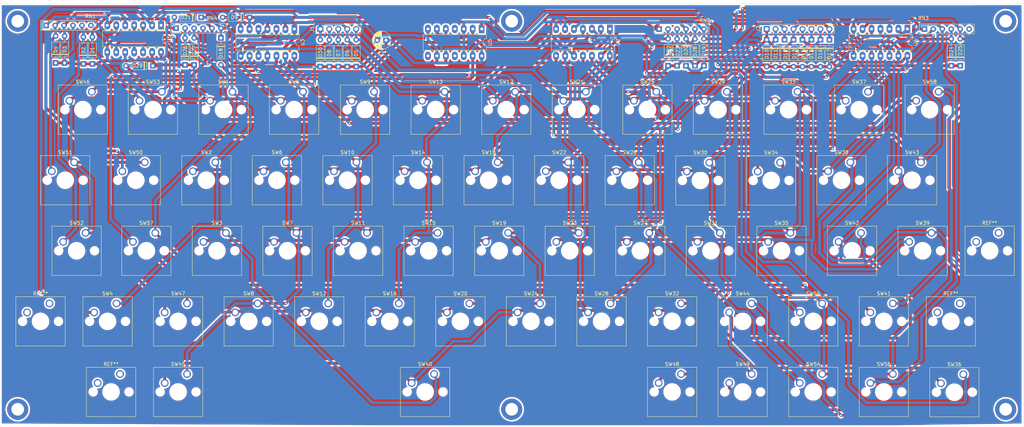
<source format=kicad_pcb>
(kicad_pcb (version 20211014) (generator pcbnew)
  (layers (0 "F.Cu" signal) (31 "B.Cu" signal) (34 "B.Paste" user) (35 "F.Paste" user) (36 "B.SilkS" user "B.Silkscreen") (37 "F.SilkS" user "F.Silkscreen") (38 "B.Mask" user) (39 "F.Mask" user) (44 "Edge.Cuts" user))
  (net 0 "")
  (net 1 "VDD")
  (net 2 "VSS")
  (net 3 "Net-(D1-Pad1)")
  (net 4 "Net-(D1-Pad2)")
  (net 5 "Net-(D2-Pad2)")
  (net 6 "Net-(D3-Pad2)")
  (net 7 "Net-(SW50-Pad2)")
  (net 8 "Net-(D30-Pad2)")
  (net 14 "Net-(D5-Pad2)")
  (net 15 "Net-(D6-Pad2)")
  (net 16 "Net-(D7-Pad2)")
  (net 17 "Net-(D8-Pad2)")
  (net 18 "Net-(D18-Pad1)")
  (net 19 "Net-(D9-Pad2)")
  (net 20 "Net-(D10-Pad1)")
  (net 21 "Net-(D11-Pad1)")
  (net 22 "Net-(D12-Pad1)")
  (net 23 "Net-(D13-Pad1)")
  (net 24 "Net-(D14-Pad1)")
  (net 25 "Net-(D15-Pad1)")
  (net 26 "Net-(D16-Pad1)")
  (net 27 "Net-(D17-Pad1)")
  (net 28 "Net-(D18-Pad2)")
  (net 29 "Net-(D19-Pad2)")
  (net 30 "Net-(D20-Pad2)")
  (net 31 "Net-(D21-Pad2)")
  (net 32 "Net-(D22-Pad2)")
  (net 33 "Net-(D23-Pad2)")
  (net 34 "Net-(D24-Pad2)")
  (net 35 "Net-(D25-Pad2)")
  (net 36 "Net-(D26-Pad2)")
  (net 37 "Net-(D27-Pad2)")
  (net 38 "Net-(D28-Pad2)")
  (footprint "Capacitor_THT:CP_Radial_D5.0mm_P2.50mm" (layer "F.Cu") (at 159.078 79.548 180)
    (fp_text reference "C1")
    (fp_text value "10u")
  )
  (footprint "Connector_PinHeader_2.54mm:PinHeader_1x08_P2.54mm_Vertical" (layer "F.Cu") (at 266.948 76.354 90)
    (fp_text reference "J2")
    (fp_text value "Conn_01x08_Female")
  )
  (footprint "Resistor_THT:R_Array_SIP6" (layer "F.Cu") (at 62.732 75.338)
    (fp_text reference "RN1")
    (fp_text value "6X-1-104LF")
  )
  (footprint "Resistor_THT:R_Array_SIP6" (layer "F.Cu") (at 311.652 76.354)
    (fp_text reference "RN3")
    (fp_text value "6X-1-104LF")
  )
  (footprint "Resistor_THT:R_Array_SIP6" (layer "F.Cu") (at 99.586 76.134)
    (fp_text reference "RN4")
    (fp_text value "6X-1-104LF")
  )
  (footprint "Button_Switch_Keyboard:SW_Cherry_MX_1.00u_PCB" (layer "F.Cu") (at 115.54 94.134)
    (fp_text reference "SW1")
    (fp_text value "1")
  )
  (footprint "Button_Switch_Keyboard:SW_Cherry_MX_1.00u_PCB" (layer "F.Cu") (at 110.686 114.134)
    (fp_text reference "SW2")
    (fp_text value "Q")
  )
  (footprint "Button_Switch_Keyboard:SW_Cherry_MX_1.00u_PCB" (layer "F.Cu") (at 82.686 154.134)
    (fp_text reference "SW4")
    (fp_text value "CAP")
  )
  (footprint "Button_Switch_Keyboard:SW_Cherry_MX_1.00u_PCB" (layer "F.Cu") (at 135.54 94.134)
    (fp_text reference "SW5")
    (fp_text value "2")
  )
  (footprint "Button_Switch_Keyboard:SW_Cherry_MX_1.00u_PCB" (layer "F.Cu") (at 133.686 134.134)
    (fp_text reference "SW7")
    (fp_text value "S")
  )
  (footprint "Button_Switch_Keyboard:SW_Cherry_MX_1.00u_PCB" (layer "F.Cu") (at 122.686 154.134)
    (fp_text reference "SW8")
    (fp_text value "Z")
  )
  (footprint "Button_Switch_Keyboard:SW_Cherry_MX_1.00u_PCB" (layer "F.Cu") (at 155.686 94.134)
    (fp_text reference "SW9")
    (fp_text value "3")
  )
  (footprint "Button_Switch_Keyboard:SW_Cherry_MX_1.00u_PCB" (layer "F.Cu") (at 153.686 134.134)
    (fp_text reference "SW11")
    (fp_text value "D")
  )
  (footprint "Button_Switch_Keyboard:SW_Cherry_MX_1.00u_PCB" (layer "F.Cu") (at 142.686 154.134)
    (fp_text reference "SW12")
    (fp_text value "X")
  )
  (footprint "Button_Switch_Keyboard:SW_Cherry_MX_1.00u_PCB" (layer "F.Cu") (at 175.686 94.134)
    (fp_text reference "SW13")
    (fp_text value "4")
  )
  (footprint "Button_Switch_Keyboard:SW_Cherry_MX_1.00u_PCB" (layer "F.Cu") (at 170.686 114.134)
    (fp_text reference "SW14")
    (fp_text value "R")
  )
  (footprint "Button_Switch_Keyboard:SW_Cherry_MX_1.00u_PCB" (layer "F.Cu") (at 173.686 134.134)
    (fp_text reference "SW15")
    (fp_text value "F")
  )
  (footprint "Button_Switch_Keyboard:SW_Cherry_MX_1.00u_PCB" (layer "F.Cu") (at 162.686 154.134)
    (fp_text reference "SW16")
    (fp_text value "C")
  )
  (footprint "Button_Switch_Keyboard:SW_Cherry_MX_1.00u_PCB" (layer "F.Cu") (at 195.686 94.134)
    (fp_text reference "SW17")
    (fp_text value "5")
  )
  (footprint "Button_Switch_Keyboard:SW_Cherry_MX_1.00u_PCB" (layer "F.Cu") (at 190.686 114.134)
    (fp_text reference "SW18")
    (fp_text value "T")
  )
  (footprint "Button_Switch_Keyboard:SW_Cherry_MX_1.00u_PCB" (layer "F.Cu") (at 182.686 154.134)
    (fp_text reference "SW20")
    (fp_text value "V")
  )
  (footprint "Button_Switch_Keyboard:SW_Cherry_MX_1.00u_PCB" (layer "F.Cu") (at 215.686 94.134)
    (fp_text reference "SW21")
    (fp_text value "6")
  )
  (footprint "Button_Switch_Keyboard:SW_Cherry_MX_1.00u_PCB" (layer "F.Cu") (at 210.686 114.134)
    (fp_text reference "SW22")
    (fp_text value "Y")
  )
  (footprint "Button_Switch_Keyboard:SW_Cherry_MX_1.00u_PCB" (layer "F.Cu") (at 213.686 134.134)
    (fp_text reference "SW23")
    (fp_text value "H")
  )
  (footprint "Button_Switch_Keyboard:SW_Cherry_MX_1.00u_PCB" (layer "F.Cu") (at 202.686 154.134)
    (fp_text reference "SW24")
    (fp_text value "B")
  )
  (footprint "Button_Switch_Keyboard:SW_Cherry_MX_1.00u_PCB" (layer "F.Cu") (at 235.686 94.134)
    (fp_text reference "SW25")
    (fp_text value "7")
  )
  (footprint "Button_Switch_Keyboard:SW_Cherry_MX_1.00u_PCB" (layer "F.Cu") (at 230.686 114.134)
    (fp_text reference "SW26")
    (fp_text value "U")
  )
  (footprint "Button_Switch_Keyboard:SW_Cherry_MX_1.00u_PCB" (layer "F.Cu") (at 233.686 134.134)
    (fp_text reference "SW27")
    (fp_text value "J")
  )
  (footprint "Button_Switch_Keyboard:SW_Cherry_MX_1.00u_PCB" (layer "F.Cu") (at 222.686 154.134)
    (fp_text reference "SW28")
    (fp_text value "N")
  )
  (footprint "Button_Switch_Keyboard:SW_Cherry_MX_1.00u_PCB" (layer "F.Cu") (at 255.686 94.134)
    (fp_text reference "SW29")
    (fp_text value "8")
  )
  (footprint "Button_Switch_Keyboard:SW_Cherry_MX_1.00u_PCB" (layer "F.Cu") (at 250.692 114.2)
    (fp_text reference "SW30")
    (fp_text value "I")
  )
  (footprint "Button_Switch_Keyboard:SW_Cherry_MX_1.00u_PCB" (layer "F.Cu") (at 253.686 134.134)
    (fp_text reference "SW31")
    (fp_text value "K")
  )
  (footprint "Button_Switch_Keyboard:SW_Cherry_MX_1.00u_PCB" (layer "F.Cu") (at 242.686 154.134)
    (fp_text reference "SW32")
    (fp_text value "M")
  )
  (footprint "Button_Switch_Keyboard:SW_Cherry_MX_1.00u_PCB" (layer "F.Cu") (at 270.758 114.2)
    (fp_text reference "SW34")
    (fp_text value "O")
  )
  (footprint "Button_Switch_Keyboard:SW_Cherry_MX_1.00u_PCB" (layer "F.Cu") (at 273.686 134.134)
    (fp_text reference "SW35")
    (fp_text value "L")
  )
  (footprint "Button_Switch_Keyboard:SW_Cherry_MX_1.00u_PCB" (layer "F.Cu") (at 322.686 174.214)
    (fp_text reference "SW36")
    (fp_text value "SYM")
  )
  (footprint "Button_Switch_Keyboard:SW_Cherry_MX_1.00u_PCB" (layer "F.Cu") (at 295.686 94.134)
    (fp_text reference "SW37")
    (fp_text value "0")
  )
  (footprint "Button_Switch_Keyboard:SW_Cherry_MX_1.00u_PCB" (layer "F.Cu") (at 290.686 114.134)
    (fp_text reference "SW38")
    (fp_text value "P")
  )
  (footprint "Button_Switch_Keyboard:SW_Cherry_MX_1.00u_PCB" (layer "F.Cu") (at 172.686 174.134)
    (fp_text reference "SW40")
    (fp_text value "SPC")
  )
  (footprint "Button_Switch_Keyboard:SW_Cherry_MX_1.00u_PCB" (layer "F.Cu") (at 302.686 154.134)
    (fp_text reference "SW41")
    (fp_text value "CAP")
  )
  (footprint "Button_Switch_Keyboard:SW_Cherry_MX_1.00u_PCB" (layer "F.Cu") (at 293.686 134.134)
    (fp_text reference "SW42")
    (fp_text value ";")
  )
  (footprint "Button_Switch_Keyboard:SW_Cherry_MX_1.00u_PCB" (layer "F.Cu") (at 310.686 114.134)
    (fp_text reference "SW43")
    (fp_text value "\"")
  )
  (footprint "Button_Switch_Keyboard:SW_Cherry_MX_1.00u_PCB" (layer "F.Cu") (at 262.686 154.134)
    (fp_text reference "SW44")
    (fp_text value ",")
  )
  (footprint "Button_Switch_Keyboard:SW_Cherry_MX_1.00u_PCB" (layer "F.Cu") (at 102.686 154.134)
    (fp_text reference "SW47")
    (fp_text value "EXTEND")
  )
  (footprint "Button_Switch_Keyboard:SW_Cherry_MX_1.00u_PCB" (layer "F.Cu") (at 242.686 174.134)
    (fp_text reference "SW48")
    (fp_text value "DOT")
  )
  (footprint "Button_Switch_Keyboard:SW_Cherry_MX_1.00u_PCB" (layer "F.Cu") (at 262.686 174.134)
    (fp_text reference "SW49")
    (fp_text value "LEFT")
  )
  (footprint "Button_Switch_Keyboard:SW_Cherry_MX_1.00u_PCB" (layer "F.Cu") (at 90.686 114.134)
    (fp_text reference "SW50")
    (fp_text value "INV VID")
  )
  (footprint "Button_Switch_Keyboard:SW_Cherry_MX_1.00u_PCB" (layer "F.Cu") (at 70.686 114.134)
    (fp_text reference "SW51")
    (fp_text value "TRUE VID")
  )
  (footprint "Button_Switch_Keyboard:SW_Cherry_MX_1.00u_PCB" (layer "F.Cu") (at 73.908 134.134)
    (fp_text reference "SW52")
    (fp_text value "CAPS LOCK")
  )
  (footprint "Button_Switch_Keyboard:SW_Cherry_MX_1.00u_PCB" (layer "F.Cu") (at 95.54 94.134)
    (fp_text reference "SW53")
    (fp_text value "EDIT")
  )
  (footprint "Button_Switch_Keyboard:SW_Cherry_MX_1.00u_PCB" (layer "F.Cu") (at 282.686 174.134)
    (fp_text reference "SW54")
    (fp_text value "DOWN")
  )
  (footprint "Button_Switch_Keyboard:SW_Cherry_MX_1.00u_PCB" (layer "F.Cu") (at 282.686 154.134)
    (fp_text reference "SW55")
    (fp_text value "UP")
  )
  (footprint "Button_Switch_Keyboard:SW_Cherry_MX_1.00u_PCB" (layer "F.Cu") (at 302.686 174.134)
    (fp_text reference "SW56")
    (fp_text value "RIGHT")
  )
  (footprint "Button_Switch_Keyboard:SW_Cherry_MX_1.00u_PCB" (layer "F.Cu") (at 93.686 134.134)
    (fp_text reference "SW57")
    (fp_text value "GRAPH")
  )
  (footprint "Button_Switch_Keyboard:SW_Cherry_MX_1.00u_PCB" (layer "F.Cu") (at 315.686 94.134)
    (fp_text reference "SW58")
    (fp_text value "DEL")
  )
  (footprint "Package_DIP:DIP-14_W7.62mm_LongPads" (layer "F.Cu") (at 222.503 76.339 -90)
    (fp_text reference "U2")
    (fp_text value "4066")
  )
  (footprint "Package_DIP:DIP-14_W7.62mm_LongPads" (layer "F.Cu") (at 133.09 76.354 -90)
    (fp_text reference "U3")
    (fp_text value "4066")
  )
  (footprint "Package_DIP:DIP-14_W7.62mm_LongPads" (layer "F.Cu") (at 306.831 76.339 -90)
    (fp_text reference "U4")
    (fp_text value "4066")
  )
  (footprint "Package_DIP:DIP-14_W7.62mm_LongPads" (layer "F.Cu") (at 186.181 76.339 -90)
    (fp_text reference "U5")
    (fp_text value "4066")
  )
  (footprint "Connector_PinHeader_2.54mm:PinHeader_1x05_P2.54mm_Vertical" (layer "F.Cu") (at 140.456 76.354 90)
    (fp_text reference "J1")
    (fp_text value "Conn_01x05_Female")
  )
  (footprint "Button_Switch_Keyboard:SW_Cherry_MX_1.00u_PCB" (layer "F.Cu") (at 193.686 134.134)
    (fp_text reference "SW19")
    (fp_text value "G")
  )
  (footprint "Button_Switch_Keyboard:SW_Cherry_MX_1.00u_PCB" (layer "F.Cu") (at 275.686 94.134)
    (fp_text reference "SW33")
    (fp_text value "9")
  )
  (footprint "Button_Switch_Keyboard:SW_Cherry_MX_1.00u_PCB" (layer "F.Cu") (at 113.686 134.134)
    (fp_text reference "SW3")
    (fp_text value "A")
  )
  (footprint "Button_Switch_Keyboard:SW_Cherry_MX_1.00u_PCB" (layer "F.Cu") (at 75.686 94.134)
    (fp_text reference "SW46")
    (fp_text value "BREAK")
  )
  (footprint "Button_Switch_Keyboard:SW_Cherry_MX_1.00u_PCB" (layer "F.Cu") (at 313.686 134.134)
    (fp_text reference "SW39")
    (fp_text value "ENT")
  )
  (footprint "Resistor_THT:R_Array_SIP6" (layer "F.Cu") (at 236.468 76.354)
    (fp_text reference "RN2")
    (fp_text value "6X-1-104LF")
  )
  (footprint "Button_Switch_Keyboard:SW_Cherry_MX_1.00u_PCB" (layer "F.Cu") (at 102.686 174.134)
    (fp_text reference "SW45")
    (fp_text value "SYM")
  )
  (footprint "Button_Switch_Keyboard:SW_Cherry_MX_1.00u_PCB" (layer "F.Cu") (at 130.686 114.134)
    (fp_text reference "SW6")
    (fp_text value "W")
  )
  (footprint "Button_Switch_Keyboard:SW_Cherry_MX_1.00u_PCB" (layer "F.Cu") (at 150.686 114.134)
    (fp_text reference "SW10")
    (fp_text value "E")
  )
  (footprint "Package_DIP:DIP-14_W7.62mm_LongPads" (layer "F.Cu") (at 95.311 75.309 -90)
    (fp_text reference "U1")
    (fp_text value "4066")
  )
  (footprint "Diode_THT:D_DO-35_SOD27_P7.62mm_Horizontal" (layer "F.Cu") (at 75.84 86.226 90)
    (fp_text reference "D1")
    (fp_text value "BAT42")
  )
  (footprint "Diode_THT:D_DO-35_SOD27_P7.62mm_Horizontal" (layer "F.Cu") (at 269.488 79.402 -90)
    (fp_text reference "D11")
    (fp_text value "BAT42")
  )
  (footprint "Diode_THT:D_DO-35_SOD27_P7.62mm_Horizontal" (layer "F.Cu") (at 73.3 86.226 90)
    (fp_text reference "D2")
    (fp_text value "BAT42")
  )
  (footprint "Diode_THT:D_DO-35_SOD27_P7.62mm_Horizontal" (layer "F.Cu") (at 266.948 79.402 -90)
    (fp_text reference "D10")
    (fp_text value "BAT42")
  )
  (footprint "Diode_THT:D_DO-35_SOD27_P7.62mm_Horizontal" (layer "F.Cu") (at 112.262 78.894 -90)
    (fp_text reference "D18")
    (fp_text value "BAT42")
  )
  (footprint "Button_Switch_Keyboard:SW_Cherry_MX_1.00u_PCB" (layer "F.Cu") (at 321.686 154.134)
    (fp_text reference "REF**")
    (fp_text value "SW_Cherry_MX_1.00u_PCB")
  )
  (footprint "Diode_THT:D_DO-35_SOD27_P7.62mm_Horizontal" (layer "F.Cu") (at 92.958 86.768 180)
    (fp_text reference "D29")
    (fp_text value "BAT42")
  )
  (footprint "Diode_THT:D_DO-35_SOD27_P7.62mm_Horizontal" (layer "F.Cu") (at 102.102 86.514 90)
    (fp_text reference "D26")
    (fp_text value "BAT42")
  )
  (footprint "Diode_THT:D_DO-35_SOD27_P7.62mm_Horizontal" (layer "F.Cu") (at 279.648 79.402 -90)
    (fp_text reference "D15")
    (fp_text value "BAT42")
  )
  (footprint "Diode_THT:D_DO-35_SOD27_P7.62mm_Horizontal" (layer "F.Cu") (at 277.108 79.402 -90)
    (fp_text reference "D14")
    (fp_text value "BAT42")
  )
  (footprint "Diode_THT:D_DO-35_SOD27_P7.62mm_Horizontal" (layer "F.Cu") (at 140.456 87.022 90)
    (fp_text reference "D30")
    (fp_text value "BAT42")
  )
  (footprint "Diode_THT:D_DO-35_SOD27_P7.62mm_Horizontal" (layer "F.Cu") (at 65.426 85.972 90)
    (fp_text reference "D4")
    (fp_text value "BAT42")
  )
  (footprint "Button_Switch_Keyboard:SW_Cherry_MX_1.00u_PCB" (layer "F.Cu") (at 83.686 174.134)
    (fp_text reference "REF**")
    (fp_text value "SW_Cherry_MX_1.00u_PCB")
  )
  (footprint "Button_Switch_Keyboard:SW_Cherry_MX_1.00u_PCB" (layer "F.Cu") (at 332.686 134.134)
    (fp_text reference "REF**")
    (fp_text value "SW_Cherry_MX_1.00u_PCB")
  )
  (footprint "Diode_THT:D_DO-35_SOD27_P7.62mm_Horizontal" (layer "F.Cu") (at 321.812 86.768 90)
    (fp_text reference "D25")
    (fp_text value "BAT42")
  )
  (footprint "Diode_THT:D_DO-35_SOD27_P7.62mm_Horizontal" (layer "F.Cu") (at 120.39 73.052 180)
    (fp_text reference "D9")
    (fp_text value "BAT42")
  )
  (footprint "Diode_THT:D_DO-35_SOD27_P7.62mm_Horizontal" (layer "F.Cu") (at 246.628 86.768 90)
    (fp_text reference "D28")
    (fp_text value "BAT42")
  )
  (footprint "Diode_THT:D_DO-35_SOD27_P7.62mm_Horizontal" (layer "F.Cu") (at 272.028 79.402 -90)
    (fp_text reference "D12")
    (fp_text value "BAT42")
  )
  (footprint "Diode_THT:D_DO-35_SOD27_P7.62mm_Horizontal" (layer "F.Cu") (at 274.568 79.402 -90)
    (fp_text reference "D13")
    (fp_text value "BAT42")
  )
  (footprint "Diode_THT:D_DO-35_SOD27_P7.62mm_Horizontal" (layer "F.Cu") (at 106.674 73.052 180)
    (fp_text reference "D21")
    (fp_text value "BAT42")
  )
  (footprint "Diode_THT:D_DO-35_SOD27_P7.62mm_Horizontal" (layer "F.Cu") (at 67.966 85.972 90)
    (fp_text reference "D3")
    (fp_text value "BAT42")
  )
  (footprint "Diode_THT:D_DO-35_SOD27_P7.62mm_Horizontal" (layer "F.Cu") (at 319.272 86.768 90)
    (fp_text reference "D24")
    (fp_text value "BAT42")
  )
  (footprint "Diode_THT:D_DO-35_SOD27_P7.62mm_Horizontal" (layer "F.Cu") (at 244.088 86.768 90)
    (fp_text reference "D20")
    (fp_text value "BAT42")
  )
  (footprint "Diode_THT:D_DO-35_SOD27_P7.62mm_Horizontal" (layer "F.Cu") (at 104.686 86.514 90)
    (fp_text reference "D27")
    (fp_text value "BAT42")
  )
  (footprint "Diode_THT:D_DO-35_SOD27_P7.62mm_Horizontal" (layer "F.Cu") (at 148.076 87.022 90)
    (fp_text reference "D6")
    (fp_text value "BAT42")
  )
  (footprint "Diode_THT:D_DO-35_SOD27_P7.62mm_Horizontal" (layer "F.Cu") (at 249.168 86.768 90)
    (fp_text reference "D19")
    (fp_text value "BAT42")
  )
  (footprint "Diode_THT:D_DO-35_SOD27_P7.62mm_Horizontal" (layer "F.Cu") (at 284.728 79.402 -90)
    (fp_text reference "D17")
    (fp_text value "BAT42")
  )
  (footprint "Diode_THT:D_DO-35_SOD27_P7.62mm_Horizontal" (layer "F.Cu") (at 150.616 87.022 90)
    (fp_text reference "D5")
    (fp_text value "BAT42")
  )
  (footprint "Diode_THT:D_DO-35_SOD27_P7.62mm_Horizontal" (layer "F.Cu") (at 239.008 86.768 90)
    (fp_text reference "D22")
    (fp_text value "BAT42")
  )
  (footprint "Diode_THT:D_DO-35_SOD27_P7.62mm_Horizontal" (layer "F.Cu") (at 142.996 87.022 90)
    (fp_text reference "D8")
    (fp_text value "BAT42")
  )
  (footprint "Diode_THT:D_DO-35_SOD27_P7.62mm_Horizontal" (layer "F.Cu") (at 241.548 86.768 90)
    (fp_text reference "D23")
    (fp_text value "BAT42")
  )
  (footprint "Button_Switch_Keyboard:SW_Cherry_MX_1.00u_PCB" (layer "F.Cu") (at 63.686 154.134)
    (fp_text reference "REF**")
    (fp_text value "SW_Cherry_MX_1.00u_PCB")
  )
  (footprint "Diode_THT:D_DO-35_SOD27_P7.62mm_Horizontal" (layer "F.Cu") (at 145.536 87.022 90)
    (fp_text reference "D7")
    (fp_text value "BAT42")
  )
  (footprint "Diode_THT:D_DO-35_SOD27_P7.62mm_Horizontal" (layer "F.Cu") (at 282.188 79.402 -90)
    (fp_text reference "D16")
    (fp_text value "BAT42")
  )
  (gr_rect (start 49.686 69.134) (end 339.686 189.134) (layer "Edge.Cuts") (width 0.05) (fill none))
  (gr_text "Cherry ZX Spectrum keyboard 1.1 THT" (at 53.686 113.134 90) (layer "F.Cu") (effects (font (size 1.5 1.5) (thickness 0.3))))
  (via (at 54.686 74.134) (size 6) (drill 3.6) (layers "F.Cu" "B.Cu") (net 0))
  (via (at 54.686 184.134) (size 6) (drill 3.6) (layers "F.Cu" "B.Cu") (net 0))
  (via (at 334.686 184.134) (size 6) (drill 3.6) (layers "F.Cu" "B.Cu") (net 0))
  (via (at 194.686 184.134) (size 6) (drill 3.6) (layers "F.Cu" "B.Cu") (net 0))
  (via (at 334.686 74.134) (size 6) (drill 3.6) (layers "F.Cu" "B.Cu") (net 0))
  (via (at 194.686 74.134) (size 6) (drill 3.6) (layers "F.Cu" "B.Cu") (net 0))
  (segment (start 96.336 154.784) (end 96.336 156.674) (width 0.8) (layer "F.Cu") (net 1))
  (segment (start 70.686 114.134) (end 90.686 114.134) (width 0.8) (layer "F.Cu") (net 1))
  (segment (start 78.2412 94.134) (end 95.54 94.134) (width 0.8) (layer "F.Cu") (net 1))
  (segment (start 286.8395 84.2973) (end 288.3057 85.7635) (width 0.8) (layer "F.Cu") (net 1))
  (segment (start 69.336 96.674) (end 70.1376 95.8724) (width 0.8) (layer "F.Cu") (net 1))
  (segment (start 288.03 142.14) (end 288.03 137.368) (width 0.8) (layer "F.Cu") (net 1))
  (segment (start 142.996 87.022) (end 145.536 87.022) (width 0.8) (layer "F.Cu") (net 1))
  (segment (start 76.5028 95.8724) (end 78.2412 94.134) (width 0.8) (layer "F.Cu") (net 1))
  (segment (start 96.6563 85.3788) (end 96.2065 84.929) (width 0.8) (layer "F.Cu") (net 1))
  (segment (start 145.536 87.022) (end 148.076 87.022) (width 0.8) (layer "F.Cu") (net 1))
  (segment (start 242.056 170.334) (end 258.886 170.334) (width 0.8) (layer "F.Cu") (net 1))
  (segment (start 257.042 158.142) (end 257.042 161.19) (width 0.8) (layer "F.Cu") (net 1))
  (segment (start 259.836 163.984) (end 304.836 163.984) (width 0.8) (layer "F.Cu") (net 1))
  (segment (start 150.616 87.022) (end 152.216 87.022) (width 0.8) (layer "F.Cu") (net 1))
  (segment (start 224.8274 84.2973) (end 286.8395 84.2973) (width 0.8) (layer "F.Cu") (net 1))
  (segment (start 236.336 176.054) (end 242.056 170.334) (width 0.8) (layer "F.Cu") (net 1))
  (segment (start 75.686 134.134) (end 96.336 154.784) (width 0.8) (layer "F.Cu") (net 1))
  (segment (start 142.996 87.022) (end 140.71 87.022) (width 0.8) (layer "F.Cu") (net 1))
  (segment (start 73.908 134.134) (end 75.686 134.134) (width 0.8) (layer "F.Cu") (net 1))
  (segment (start 222.503 85.959) (end 223.1657 85.959) (width 0.8) (layer "F.Cu") (net 1))
  (segment (start 288.3057 85.7635) (end 305.0265 85.7635) (width 0.8) (layer "F.Cu") (net 1))
  (segment (start 256.336 157.436) (end 257.042 158.142) (width 0.8) (layer "F.Cu") (net 1))
  (segment (start 307.686 161.134) (end 307.686 153.16) (width 0.8) (layer "F.Cu") (net 1))
  (segment (start 158.09 81.148) (end 159.078 81.148) (width 0.8) (layer "F.Cu") (net 1))
  (segment (start 138.8173 91.7875) (end 138.5726 92.0322) (width 0.8) (layer "F.Cu") (net 1))
  (segment (start 148.076 87.022) (end 150.616 87.022) (width 0.8) (layer "F.Cu") (net 1))
  (segment (start 96.2065 84.929) (end 95.311 84.929) (width 0.8) (layer "F.Cu") (net 1))
  (segment (start 257.042 161.19) (end 259.836 163.984) (width 0.8) (layer "F.Cu") (net 1))
  (segment (start 258.886 170.334) (end 262.686 174.134) (width 0.8) (layer "F.Cu") (net 1))
  (segment (start 152.216 87.022) (end 158.09 81.148) (width 0.8) (layer "F.Cu") (net 1))
  (segment (start 288.03 137.368) (end 287.336 136.674) (width 0.8) (layer "F.Cu") (net 1))
  (segment (start 222.503 83.959) (end 222.503 85.959) (width 0.8) (layer "F.Cu") (net 1))
  (segment (start 256.336 156.674) (end 256.336 157.436) (width 0.8) (layer "F.Cu") (net 1))
  (segment (start 296.666 142.14) (end 288.03 142.14) (width 0.8) (layer "F.Cu") (net 1))
  (segment (start 97.6418 92.0322) (end 95.54 94.134) (width 0.8) (layer "F.Cu") (net 1))
  (segment (start 236.336 176.674) (end 236.336 176.054) (width 0.8) (layer "F.Cu") (net 1))
  (segment (start 304.836 163.984) (end 307.686 161.134) (width 0.8) (layer "F.Cu") (net 1))
  (segment (start 95.311 82.929) (end 95.311 84.929) (width 0.8) (layer "F.Cu") (net 1))
  (segment (start 307.686 153.16) (end 296.666 142.14) (width 0.8) (layer "F.Cu") (net 1))
  (segment (start 159.078 79.548) (end 159.078 81.148) (width 0.8) (layer "F.Cu") (net 1))
  (segment (start 108.4692 148.9172) (end 93.686 134.134) (width 0.8) (layer "F.Cu") (net 1))
  (segment (start 138.5726 92.0322) (end 97.6418 92.0322) (width 0.8) (layer "F.Cu") (net 1))
  (segment (start 305.0265 85.7635) (end 306.831 83.959) (width 0.8) (layer "F.Cu") (net 1))
  (segment (start 277.7745 148.9172) (end 108.4692 148.9172) (width 0.8) (layer "F.Cu") (net 1))
  (segment (start 302.686 174.134) (end 282.686 174.134) (width 0.8) (layer "F.Cu") (net 1))
  (segment (start 70.1376 95.8724) (end 76.5028 95.8724) (width 0.8) (layer "F.Cu") (net 1))
  (segment (start 223.1657 85.959) (end 224.8274 84.2973) (width 0.8) (layer "F.Cu") (net 1))
  (via (at 277.7745 148.9172) (size 0.8) (drill 0.4) (layers "F.Cu" "B.Cu") (net 1))
  (via (at 138.8173 91.7875) (size 0.8) (drill 0.4) (layers "F.Cu" "B.Cu") (net 1))
  (via (at 283.204 163.984) (size 0.8) (drill 0.4) (layers "F.Cu" "B.Cu") (net 1))
  (via (at 96.6563 85.3788) (size 0.8) (drill 0.4) (layers "F.Cu" "B.Cu") (net 1))
  (segment (start 319.78 95.658) (end 319.78 100.738) (width 0.8) (layer "B.Cu") (net 1))
  (segment (start 282.686 174.134) (end 283.204 173.616) (width 0.8) (layer "B.Cu") (net 1))
  (segment (start 138.8173 87.022) (end 134.138 87.022) (width 0.8) (layer "B.Cu") (net 1))
  (segment (start 138.8173 87.022) (end 140.71 87.022) (width 0.8) (layer "B.Cu") (net 1))
  (segment (start 116.072 102.48) (end 116.072 97.69) (width 0.8) (layer "B.Cu") (net 1))
  (segment (start 134.138 87.022) (end 133.09 85.974) (width 0.8) (layer "B.Cu") (net 1))
  (segment (start 256.788 157.126) (end 256.336 156.674) (width 0.8) (layer "B.Cu") (net 1))
  (segment (start 256.788 165.762) (end 256.788 157.126) (width 0.8) (layer "B.Cu") (net 1))
  (segment (start 262.686 174.134) (end 262.686 171.66) (width 0.8) (layer "B.Cu") (net 1))
  (segment (start 186.9936 81.1464) (end 217.627 81.1464) (width 0.8) (layer "B.Cu") (net 1))
  (segment (start 112.8397 89.1122) (end 107.206 83.4785) (width 0.8) (layer "B.Cu") (net 1))
  (segment (start 75.686 132.356) (end 75.686 119.134) (width 0.8) (layer "B.Cu") (net 1))
  (segment (start 277.7745 149.2225) (end 277.7745 148.9172) (width 0.8) (layer "B.Cu") (net 1))
  (segment (start 306.831 83.959) (end 306.831 85.959) (width 0.8) (layer "B.Cu") (net 1))
  (segment (start 138.8173 87.022) (end 138.8173 91.7875) (width 0.8) (layer "B.Cu") (net 1))
  (segment (start 283.204 173.616) (end 283.204 154.652) (width 0.8) (layer "B.Cu") (net 1))
  (segment (start 69.7928 97.1308) (end 69.7928 113.2408) (width 0.8) (layer "B.Cu") (net 1))
  (segment (start 69.7928 113.2408) (end 70.686 114.134) (width 0.8) (layer "B.Cu") (net 1))
  (segment (start 282.686 154.134) (end 277.7745 149.2225) (width 0.8) (layer "B.Cu") (net 1))
  (segment (start 186.181 83.959) (end 186.181 81.959) (width 0.8) (layer "B.Cu") (net 1))
  (segment (start 222.503 83.959) (end 222.503 81.959) (width 0.8) (layer "B.Cu") (net 1))
  (segment (start 288.416 136.674) (end 305.048 120.042) (width 0.8) (layer "B.Cu") (net 1))
  (segment (start 186.181 85.959) (end 167.089 85.959) (width 0.8) (layer "B.Cu") (net 1))
  (segment (start 302.686 164.134) (end 302.686 174.134) (width 0.8) (layer "B.Cu") (net 1))
  (segment (start 133.09 83.974) (end 133.09 85.974) (width 0.8) (layer "B.Cu") (net 1))
  (segment (start 304.336 88.454) (end 304.336 116.674) (width 0.8) (layer "B.Cu") (net 1))
  (segment (start 167.089 85.959) (end 160.678 79.548) (width 0.8) (layer "B.Cu") (net 1))
  (segment (start 287.336 136.674) (end 288.416 136.674) (width 0.8) (layer "B.Cu") (net 1))
  (segment (start 283.204 154.652) (end 282.686 154.134) (width 0.8) (layer "B.Cu") (net 1))
  (segment (start 96.6563 93.0177) (end 96.6563 85.3788) (width 0.8) (layer "B.Cu") (net 1))
  (segment (start 318.256 94.134) (end 319.78 95.658) (width 0.8) (layer "B.Cu") (net 1))
  (segment (start 262.686 171.66) (end 256.788 165.762) (width 0.8) (layer "B.Cu") (net 1))
  (segment (start 93.686 134.134) (end 93.686 124.866) (width 0.8) (layer "B.Cu") (net 1))
  (segment (start 305.048 117.386) (end 304.336 116.674) (width 0.8) (layer "B.Cu") (net 1))
  (segment (start 73.908 134.134) (end 75.686 132.356) (width 0.8) (layer "B.Cu") (net 1))
  (segment (start 186.181 81.959) (end 186.9936 81.1464) (width 0.8) (layer "B.Cu") (net 1))
  (segment (start 95.54 94.134) (end 96.6563 93.0177) (width 0.8) (layer "B.Cu") (net 1))
  (segment (start 69.336 96.674) (end 69.7928 97.1308) (width 0.8) (layer "B.Cu") (net 1))
  (segment (start 112.8397 94.4577) (end 112.8397 89.1122) (width 0.8) (layer "B.Cu") (net 1))
  (segment (start 305.048 120.042) (end 305.048 117.386) (width 0.8) (layer "B.Cu") (net 1))
  (segment (start 319.78 100.738) (end 318.51 102.008) (width 0.8) (layer "B.Cu") (net 1))
  (segment (start 319.272 147.548) (end 302.686 164.134) (width 0.8) (layer "B.Cu") (net 1))
  (segment (start 186.181 83.959) (end 186.181 85.959) (width 0.8) (layer "B.Cu") (net 1))
  (segment (start 315.686 94.134) (end 318.256 94.134) (width 0.8) (layer "B.Cu") (net 1))
  (segment (start 319.272 122.074) (end 319.272 147.548) (width 0.8) (layer "B.Cu") (net 1))
  (segment (start 107.206 83.4785) (end 107.206 76.134) (width 0.8) (layer "B.Cu") (net 1))
  (segment (start 159.078 79.548) (end 160.678 79.548) (width 0.8) (layer "B.Cu") (net 1))
  (segment (start 318.51 121.312) (end 319.272 122.074) (width 0.8) (layer "B.Cu") (net 1))
  (segment (start 75.686 119.134) (end 70.686 114.134) (width 0.8) (layer "B.Cu") (net 1))
  (segment (start 318.51 102.008) (end 318.51 121.312) (width 0.8) (layer "B.Cu") (net 1))
  (segment (start 218.4396 81.959) (end 222.503 81.959) (width 0.8) (layer "B.Cu") (net 1))
  (segment (start 93.686 124.866) (end 116.072 102.48) (width 0.8) (layer "B.Cu") (net 1))
  (segment (start 116.072 97.69) (end 112.8397 94.4577) (width 0.8) (layer "B.Cu") (net 1))
  (segment (start 306.831 85.959) (end 304.336 88.454) (width 0.8) (layer "B.Cu") (net 1))
  (segment (start 217.627 81.1464) (end 218.4396 81.959) (width 0.8) (layer "B.Cu") (net 1))
  (segment (start 96.3291 73.4771) (end 97.986 75.134) (width 0.8) (layer "F.Cu") (net 2))
  (segment (start 308.3058 73.5078) (end 310.052 75.254) (width 0.8) (layer "F.Cu") (net 2))
  (segment (start 310.052 75.254) (end 310.052 76.354) (width 0.8) (layer "F.Cu") (net 2))
  (segment (start 176.021 85.959) (end 173.481 85.959) (width 0.8) (layer "F.Cu") (net 2))
  (segment (start 236.8884 74.3336) (end 234.868 76.354) (width 0.8) (layer "F.Cu") (net 2))
  (segment (start 274.568 87.022) (end 272.028 87.022) (width 0.8) (layer "F.Cu") (net 2))
  (segment (start 97.986 75.134) (end 97.986 76.134) (width 0.8) (layer "F.Cu") (net 2))
  (segment (start 236.468 76.354) (end 234.868 76.354) (width 0.8) (layer "F.Cu") (net 2))
  (segment (start 267.888 87.022) (end 267.3817 86.5157) (width 0.8) (layer "F.Cu") (net 2))
  (segment (start 291.591 74.339) (end 292.4222 73.5078) (width 0.8) (layer "F.Cu") (net 2))
  (segment (start 292.4222 73.5078) (end 308.3058 73.5078) (width 0.8) (layer "F.Cu") (net 2))
  (segment (start 81.9029 73.4771) (end 93.4479 73.4771) (width 0.8) (layer "F.Cu") (net 2))
  (segment (start 170.941 78.339) (end 173.481 78.339) (width 0.8) (layer "F.Cu") (net 2))
  (segment (start 250.9438 74.3336) (end 236.8884 74.3336) (width 0.8) (layer "F.Cu") (net 2))
  (segment (start 284.728 87.022) (end 282.188 87.022) (width 0.8) (layer "F.Cu") (net 2))
  (segment (start 170.941 76.339) (end 170.941 78.339) (width 0.8) (layer "F.Cu") (net 2))
  (segment (start 173.481 77.339) (end 173.481 78.339) (width 0.8) (layer "F.Cu") (net 2))
  (segment (start 269.488 87.022) (end 267.888 87.022) (width 0.8) (layer "F.Cu") (net 2))
  (segment (start 176.021 83.959) (end 176.021 85.959) (width 0.8) (layer "F.Cu") (net 2))
  (segment (start 311.652 76.354) (end 310.052 76.354) (width 0.8) (layer "F.Cu") (net 2))
  (segment (start 173.481 76.339) (end 173.481 77.339) (width 0.8) (layer "F.Cu") (net 2))
  (segment (start 232.853 74.339) (end 207.263 74.339) (width 0.8) (layer "F.Cu") (net 2))
  (segment (start 93.4479 73.4771) (end 96.3291 73.4771) (width 0.8) (layer "F.Cu") (net 2))
  (segment (start 282.188 87.022) (end 279.648 87.022) (width 0.8) (layer "F.Cu") (net 2))
  (segment (start 277.108 87.022) (end 279.648 87.022) (width 0.8) (layer "F.Cu") (net 2))
  (segment (start 274.568 87.022) (end 277.108 87.022) (width 0.8) (layer "F.Cu") (net 2))
  (segment (start 99.586 76.134) (end 97.986 76.134) (width 0.8) (layer "F.Cu") (net 2))
  (segment (start 173.481 83.959) (end 173.481 85.959) (width 0.8) (layer "F.Cu") (net 2))
  (segment (start 174.481 78.339) (end 176.021 78.339) (width 0.8) (layer "F.Cu") (net 2))
  (segment (start 80.071 75.309) (end 81.9029 73.4771) (width 0.8) (layer "F.Cu") (net 2))
  (segment (start 272.028 87.022) (end 269.488 87.022) (width 0.8) (layer "F.Cu") (net 2))
  (segment (start 176.021 76.339) (end 176.021 78.339) (width 0.8) (layer "F.Cu") (net 2))
  (segment (start 291.591 76.339) (end 291.591 74.339) (width 0.8) (layer "F.Cu") (net 2))
  (segment (start 234.868 76.354) (end 232.853 74.339) (width 0.8) (layer "F.Cu") (net 2))
  (segment (start 267.3817 86.5157) (end 253.1161 86.5157) (width 0.8) (layer "F.Cu") (net 2))
  (segment (start 207.263 76.339) (end 207.263 74.339) (width 0.8) (layer "F.Cu") (net 2))
  (segment (start 173.481 77.339) (end 174.481 78.339) (width 0.8) (layer "F.Cu") (net 2))
  (via (at 253.1161 86.5157) (size 0.8) (drill 0.4) (layers "F.Cu" "B.Cu") (net 2))
  (via (at 93.4479 73.4771) (size 0.8) (drill 0.4) (layers "F.Cu" "B.Cu") (net 2))
  (via (at 250.9438 74.3336) (size 0.8) (drill 0.4) (layers "F.Cu" "B.Cu") (net 2))
  (segment (start 80.071 73.309) (end 79.6882 72.9262) (width 0.8) (layer "B.Cu") (net 2))
  (segment (start 284.728 85.422) (end 291.591 78.559) (width 0.8) (layer "B.Cu") (net 2))
  (segment (start 117.85 76.354) (end 117.85 74.354) (width 0.8) (layer "B.Cu") (net 2))
  (segment (start 207.263 76.339) (end 207.263 74.339) (width 0.8) (layer "B.Cu") (net 2))
  (segment (start 156.9428 79.1832) (end 150.6117 72.8521) (width 0.8) (layer "B.Cu") (net 2))
  (segment (start 198.686 79.134) (end 192.686 79.134) (width 0.8) (layer "B.Cu") (net 2))
  (segment (start 135.63 73.052) (end 137.23 73.052) (width 0.8) (layer "B.Cu") (net 2))
  (segment (start 156.9428 79.1832) (end 156.578 79.548) (width 0.8) (layer "B.Cu") (net 2))
  (segment (start 181.101 74.339) (end 181.101 76.339) (width 0.8) (layer "B.Cu") (net 2))
  (segment (start 181.101 81.959) (end 181.101 76.339) (width 0.8) (layer "B.Cu") (net 2))
  (segment (start 253.1161 86.5157) (end 253.1161 76.5059) (width 0.8) (layer "B.Cu") (net 2))
  (segment (start 150.6117 72.8521) (end 137.4299 72.8521) (width 0.8) (layer "B.Cu") (net 2))
  (segment (start 96.3532 70.5718) (end 93.4479 73.4771) (width 0.8) (layer "B.Cu") (net 2))
  (segment (start 118.309 72.6666) (end 119.3238 71.6518) (width 0.8) (layer "B.Cu") (net 2))
  (segment (start 192.686 79.134) (end 187.891 74.339) (width 0.8) (layer "B.Cu") (net 2))
  (segment (start 118.309 73.895) (end 118.309 72.6666) (width 0.8) (layer "B.Cu") (net 2))
  (segment (start 158.0371 78.0889) (end 167.7711 78.0889) (width 0.8) (layer "B.Cu") (net 2))
  (segment (start 176.021 83.959) (end 176.021 81.959) (width 0.8) (layer "B.Cu") (net 2))
  (segment (start 167.7711 78.0889) (end 168.0212 78.339) (width 0.8) (layer "B.Cu") (net 2))
  (segment (start 253.1161 76.5059) (end 250.9438 74.3336) (width 0.8) (layer "B.Cu") (net 2))
  (segment (start 168.0212 78.339) (end 170.941 78.339) (width 0.8) (layer "B.Cu") (net 2))
  (segment (start 187.891 74.339) (end 181.101 74.339) (width 0.8) (layer "B.Cu") (net 2))
  (segment (start 134.83 73.052) (end 134.03 73.052) (width 0.8) (layer "B.Cu") (net 2))
  (segment (start 137.4299 72.8521) (end 137.23 73.052) (width 0.8) (layer "B.Cu") (net 2))
  (segment (start 170.941 76.339) (end 170.941 78.339) (width 0.8) (layer "B.Cu") (net 2))
  (segment (start 203.481 74.339) (end 198.686 79.134) (width 0.8) (layer "B.Cu") (net 2))
  (segment (start 132.6298 71.6518) (end 134.03 73.052) (width 0.8) (layer "B.Cu") (net 2))
  (segment (start 80.071 75.309) (end 80.071 73.309) (width 0.8) (layer "B.Cu") (net 2))
  (segment (start 116.2142 70.5718) (end 96.3532 70.5718) (width 0.8) (layer "B.Cu") (net 2))
  (segment (start 118.309 72.6666) (end 116.2142 70.5718) (width 0.8) (layer "B.Cu") (net 2))
  (segment (start 170.941 79.419) (end 173.481 81.959) (width 0.8) (layer "B.Cu") (net 2))
  (segment (start 170.941 78.339) (end 170.941 79.419) (width 0.8) (layer "B.Cu") (net 2))
  (segment (start 173.481 83.959) (end 173.481 81.959) (width 0.8) (layer "B.Cu") (net 2))
  (segment (start 79.6882 72.9262) (end 65.1438 72.9262) (width 0.8) (layer "B.Cu") (net 2))
  (segment (start 135.63 73.052) (end 134.83 73.052) (width 0.8) (layer "B.Cu") (net 2))
  (segment (start 181.101 81.959) (end 176.021 81.959) (width 0.8) (layer "B.Cu") (net 2))
  (segment (start 119.3238 71.6518) (end 132.6298 71.6518) (width 0.8) (layer "B.Cu") (net 2))
  (segment (start 181.101 83.959) (end 181.101 81.959) (width 0.8) (layer "B.Cu") (net 2))
  (segment (start 291.591 78.559) (end 291.591 76.339) (width 0.8) (layer "B.Cu") (net 2))
  (segment (start 65.1438 72.9262) (end 62.732 75.338) (width 0.8) (layer "B.Cu") (net 2))
  (segment (start 284.728 87.022) (end 284.728 85.422) (width 0.8) (layer "B.Cu") (net 2))
  (segment (start 117.85 74.354) (end 118.309 73.895) (width 0.8) (layer "B.Cu") (net 2))
  (segment (start 156.9428 79.1832) (end 158.0371 78.0889) (width 0.8) (layer "B.Cu") (net 2))
  (segment (start 207.263 74.339) (end 203.481 74.339) (width 0.8) (layer "B.Cu") (net 2))
  (segment (start 286.4813 86.768) (end 319.272 86.768) (width 0.8) (layer "F.Cu") (net 3))
  (segment (start 246.628 86.768) (end 248.065 85.331) (width 0.8) (layer "F.Cu") (net 3))
  (segment (start 77.44 86.226) (end 78.3032 85.3628) (width 0.8) (layer "F.Cu") (net 3))
  (segment (start 241.548 86.768) (end 239.008 86.768) (width 0.8) (layer "F.Cu") (net 3))
  (segment (start 94.558 86.6496) (end 94.411 86.5026) (width 0.8) (layer "F.Cu") (net 3))
  (segment (start 65.426 85.972) (end 67.966 85.972) (width 0.8) (layer "F.Cu") (net 3))
  (segment (start 106.4201 97.0002) (end 107.9949 95.4254) (width 0.8) (layer "F.Cu") (net 3))
  (segment (start 75.84 86.226) (end 77.44 86.226) (width 0.8) (layer "F.Cu") (net 3))
  (segment (start 73.3 86.226) (end 69.82 86.226) (width 0.8) (layer "F.Cu") (net 3))
  (segment (start 319.272 86.768) (end 321.812 86.768) (width 0.8) (layer "F.Cu") (net 3))
  (segment (start 107.436 102.008) (end 106.4201 100.9921) (width 0.8) (layer "F.Cu") (net 3))
  (segment (start 94.558 86.6496) (end 94.558 86.768) (width 0.8) (layer "F.Cu") (net 3))
  (segment (start 93.9108 86.5026) (end 92.771 85.3628) (width 0.8) (layer "F.Cu") (net 3))
  (segment (start 106.4201 100.9921) (end 106.4201 97.0002) (width 0.8) (layer "F.Cu") (net 3))
  (segment (start 67.966 85.972) (end 69.566 85.972) (width 0.8) (layer "F.Cu") (net 3))
  (segment (start 285.0443 85.331) (end 286.4813 86.768) (width 0.8) (layer "F.Cu") (net 3))
  (segment (start 73.3 86.226) (end 75.84 86.226) (width 0.8) (layer "F.Cu") (net 3))
  (segment (start 92.958 86.768) (end 94.558 86.768) (width 0.8) (layer "F.Cu") (net 3))
  (segment (start 69.82 86.226) (end 69.566 85.972) (width 0.8) (layer "F.Cu") (net 3))
  (segment (start 78.3032 85.3628) (end 92.771 85.3628) (width 0.8) (layer "F.Cu") (net 3))
  (segment (start 235.2581 102.008) (end 107.436 102.008) (width 0.8) (layer "F.Cu") (net 3))
  (segment (start 94.6936 86.514) (end 94.558 86.6496) (width 0.8) (layer "F.Cu") (net 3))
  (segment (start 102.102 86.514) (end 94.6936 86.514) (width 0.8) (layer "F.Cu") (net 3))
  (segment (start 92.771 85.3628) (end 92.771 82.929) (width 0.8) (layer "F.Cu") (net 3))
  (segment (start 235.452 101.8141) (end 235.2581 102.008) (width 0.8) (layer "F.Cu") (net 3))
  (segment (start 248.065 85.331) (end 285.0443 85.331) (width 0.8) (layer "F.Cu") (net 3))
  (segment (start 104.686 86.514) (end 102.102 86.514) (width 0.8) (layer "F.Cu") (net 3))
  (segment (start 94.411 86.5026) (end 93.9108 86.5026) (width 0.8) (layer "F.Cu") (net 3))
  (via (at 235.452 101.8141) (size 0.8) (drill 0.4) (layers "F.Cu" "B.Cu") (net 3))
  (via (at 107.9949 95.4254) (size 0.8) (drill 0.4) (layers "F.Cu" "B.Cu") (net 3))
  (segment (start 239.008 87.276) (end 239.008 86.768) (width 0.8) (layer "B.Cu") (net 3))
  (segment (start 67.966 85.972) (end 67.966 84.372) (width 0.8) (layer "B.Cu") (net 3))
  (segment (start 236.468 100.992) (end 236.468 98.198) (width 0.8) (layer "B.Cu") (net 3))
  (segment (start 104.686 92.1165) (end 107.9949 95.4254) (width 0.8) (layer "B.Cu") (net 3))
  (segment (start 241.548 86.768) (end 242.9522 85.3638) (width 0.8) (layer "B.Cu") (net 3))
  (segment (start 236.468 98.198) (end 233.674 95.404) (width 0.8) (layer "B.Cu") (net 3))
  (segment (start 70.352 81.986) (end 70.352 75.338) (width 0.8) (layer "B.Cu") (net 3))
  (segment (start 242.9522 85.3638) (end 245.2238 85.3638) (width 0.8) (layer "B.Cu") (net 3))
  (segment (start 245.2238 85.3638) (end 246.628 86.768) (width 0.8) (layer "B.Cu") (net 3))
  (segment (start 235.452 101.8141) (end 235.6459 101.8141) (width 0.8) (layer "B.Cu") (net 3))
  (segment (start 233.674 95.404) (end 233.674 92.61) (width 0.8) (layer "B.Cu") (net 3))
  (segment (start 67.966 84.372) (end 70.352 81.986) (width 0.8) (layer "B.Cu") (net 3))
  (segment (start 235.6459 101.8141) (end 236.468 100.992) (width 0.8) (layer "B.Cu") (net 3))
  (segment (start 233.674 92.61) (end 239.008 87.276) (width 0.8) (layer "B.Cu") (net 3))
  (segment (start 104.686 86.514) (end 104.686 92.1165) (width 0.8) (layer "B.Cu") (net 3))
  (segment (start 111.1785 80.304) (end 114.7282 80.304) (width 0.8) (layer "F.Cu") (net 4))
  (segment (start 116.6782 78.354) (end 122.93 78.354) (width 0.8) (layer "F.Cu") (net 4))
  (segment (start 109.746 76.134) (end 109.746 78.8715) (width 0.8) (layer "F.Cu") (net 4))
  (segment (start 105.6 74.593) (end 108.205 74.593) (width 0.8) (layer "F.Cu") (net 4))
  (segment (start 102.6317 71.6247) (end 105.6 74.593) (width 0.8) (layer "F.Cu") (net 4))
  (segment (start 122.93 76.354) (end 122.93 78.354) (width 0.8) (layer "F.Cu") (net 4))
  (segment (start 109.746 78.8715) (end 111.1785 80.304) (width 0.8) (layer "F.Cu") (net 4))
  (segment (start 108.205 74.593) (end 109.746 76.134) (width 0.8) (layer "F.Cu") (net 4))
  (segment (start 81.2213 71.6247) (end 102.6317 71.6247) (width 0.8) (layer "F.Cu") (net 4))
  (segment (start 75.84 77.006) (end 81.2213 71.6247) (width 0.8) (layer "F.Cu") (net 4))
  (segment (start 75.84 78.606) (end 75.84 77.006) (width 0.8) (layer "F.Cu") (net 4))
  (segment (start 114.7282 80.304) (end 116.6782 78.354) (width 0.8) (layer "F.Cu") (net 4))
  (segment (start 75.84 82.6213) (end 89.19 95.9713) (width 0.8) (layer "B.Cu") (net 4))
  (segment (start 89.19 95.9713) (end 89.19 96.674) (width 0.8) (layer "B.Cu") (net 4))
  (segment (start 75.84 78.606) (end 75.84 82.6213) (width 0.8) (layer "B.Cu") (net 4))
  (segment (start 73.3 77.006) (end 73.232 76.938) (width 0.8) (layer "B.Cu") (net 5))
  (segment (start 66.288 94.9988) (end 66.288 112.93) (width 0.8) (layer "B.Cu") (net 5))
  (segment (start 71.114 117.756) (end 71.114 133.118) (width 0.8) (layer "B.Cu") (net 5))
  (segment (start 72.892 75.338) (end 72.892 76.938) (width 0.8) (layer "B.Cu") (net 5))
  (segment (start 90.231 80.929) (end 81.4796 80.929) (width 0.8) (layer "B.Cu") (net 5))
  (segment (start 77.5566 77.006) (end 73.3 77.006) (width 0.8) (layer "B.Cu") (net 5))
  (segment (start 73.3 80.206) (end 71.8998 81.6062) (width 0.8) (layer "B.Cu") (net 5))
  (segment (start 66.288 112.93) (end 71.114 117.756) (width 0.8) (layer "B.Cu") (net 5))
  (segment (start 73.3 78.606) (end 73.3 77.006) (width 0.8) (layer "B.Cu") (net 5))
  (segment (start 73.232 76.938) (end 72.892 76.938) (width 0.8) (layer "B.Cu") (net 5))
  (segment (start 71.8998 81.6062) (end 71.8998 89.387) (width 0.8) (layer "B.Cu") (net 5))
  (segment (start 71.8998 89.387) (end 66.288 94.9988) (width 0.8) (layer "B.Cu") (net 5))
  (segment (start 73.3 78.606) (end 73.3 80.206) (width 0.8) (layer "B.Cu") (net 5))
  (segment (start 81.4796 80.929) (end 77.5566 77.006) (width 0.8) (layer "B.Cu") (net 5))
  (segment (start 90.231 82.929) (end 90.231 80.929) (width 0.8) (layer "B.Cu") (net 5))
  (segment (start 71.114 133.118) (end 67.558 136.674) (width 0.8) (layer "B.Cu") (net 5))
  (segment (start 71.2635 71.8865) (end 79.1937 71.8865) (width 0.8) (layer "F.Cu") (net 6))
  (segment (start 67.812 75.338) (end 71.2635 71.8865) (width 0.8) (layer "F.Cu") (net 6))
  (via (at 79.1937 71.8865) (size 0.8) (drill 0.4) (layers "F.Cu" "B.Cu") (net 6))
  (segment (start 64.0217 83.8963) (end 64.0217 116.3597) (width 0.8) (layer "B.Cu") (net 6))
  (segment (start 67.966 79.952) (end 64.0217 83.8963) (width 0.8) (layer "B.Cu") (net 6))
  (segment (start 67.966 77.5518) (end 67.966 76.752) (width 0.8) (layer "B.Cu") (net 6))
  (segment (start 85.151 75.309) (end 85.151 73.309) (width 0.8) (layer "B.Cu") (net 6))
  (segment (start 67.966 76.752) (end 67.812 76.598) (width 0.8) (layer "B.Cu") (net 6))
  (segment (start 64.0217 116.3597) (end 64.336 116.674) (width 0.8) (layer "B.Cu") (net 6))
  (segment (start 83.7285 71.8865) (end 85.151 73.309) (width 0.8) (layer "B.Cu") (net 6))
  (segment (start 67.966 78.352) (end 67.966 79.952) (width 0.8) (layer "B.Cu") (net 6))
  (segment (start 67.812 76.598) (end 67.812 75.338) (width 0.8) (layer "B.Cu") (net 6))
  (segment (start 67.966 77.5518) (end 67.966 78.352) (width 0.8) (layer "B.Cu") (net 6))
  (segment (start 79.1937 71.8865) (end 83.7285 71.8865) (width 0.8) (layer "B.Cu") (net 6))
  (segment (start 74.924 110.898) (end 62.732 98.706) (width 0.8) (layer "F.Cu") (net 7))
  (segment (start 82.798 110.898) (end 74.924 110.898) (width 0.8) (layer "F.Cu") (net 7))
  (segment (start 62.732 81.046) (end 65.426 78.352) (width 0.8) (layer "F.Cu") (net 7))
  (segment (start 62.732 98.706) (end 62.732 81.046) (width 0.8) (layer "F.Cu") (net 7))
  (via (at 82.798 110.898) (size 0.8) (drill 0.4) (layers "F.Cu" "B.Cu") (net 7))
  (segment (start 82.611 75.309) (end 82.611 77.309) (width 0.8) (layer "B.Cu") (net 7))
  (segment (start 65.272 76.598) (end 65.272 75.338) (width 0.8) (layer "B.Cu") (net 7))
  (segment (start 66.676 73.934) (end 65.272 75.338) (width 0.8) (layer "B.Cu") (net 7))
  (segment (start 82.611 77.309) (end 79.6493 77.309) (width 0.8) (layer "B.Cu") (net 7))
  (segment (start 79.6493 77.309) (end 76.2743 73.934) (width 0.8) (layer "B.Cu") (net 7))
  (segment (start 76.2743 73.934) (end 66.676 73.934) (width 0.8) (layer "B.Cu") (net 7))
  (segment (start 65.426 78.352) (end 65.426 76.752) (width 0.8) (layer "B.Cu") (net 7))
  (segment (start 82.798 110.898) (end 84.336 112.436) (width 0.8) (layer "B.Cu") (net 7))
  (segment (start 65.426 76.752) (end 65.272 76.598) (width 0.8) (layer "B.Cu") (net 7))
  (segment (start 84.336 112.436) (end 84.336 116.674) (width 0.8) (layer "B.Cu") (net 7))
  (segment (start 284.9517 73.814) (end 291.0181 79.8804) (width 0.8) (layer "F.Cu") (net 8))
  (segment (start 298.2109 80.9589) (end 299.211 81.959) (width 0.8) (layer "F.Cu") (net 8))
  (segment (start 186.891 74.339) (end 191.686 79.134) (width 0.8) (layer "F.Cu") (net 8))
  (segment (start 125.7543 74.5457) (end 125.47 74.83) (width 0.8) (layer "F.Cu") (net 8))
  (segment (start 186.181 74.339) (end 140.439 74.339) (width 0.8) (layer "F.Cu") (net 8))
  (segment (start 140.439 74.339) (end 137.2044 74.339) (width 0.8) (layer "F.Cu") (net 8))
  (segment (start 186.181 76.339) (end 186.181 74.339) (width 0.8) (layer "F.Cu") (net 8))
  (segment (start 130.55 74.576) (end 130.5803 74.5457) (width 0.8) (layer "F.Cu") (net 8))
  (segment (start 292.4325 79.8804) (end 293.511 80.9589) (width 0.8) (layer "F.Cu") (net 8))
  (segment (start 291.0181 79.8804) (end 292.4325 79.8804) (width 0.8) (layer "F.Cu") (net 8))
  (segment (start 130.55 76.354) (end 130.55 74.576) (width 0.8) (layer "F.Cu") (net 8))
  (segment (start 130.5803 74.5457) (end 125.7543 74.5457) (width 0.8) (layer "F.Cu") (net 8))
  (segment (start 299.211 81.959) (end 299.211 83.959) (width 0.8) (layer "F.Cu") (net 8))
  (segment (start 198.686 79.134) (end 205.4868 72.3332) (width 0.8) (layer "F.Cu") (net 8))
  (segment (start 125.47 74.83) (end 125.47 76.354) (width 0.8) (layer "F.Cu") (net 8))
  (segment (start 293.511 80.9589) (end 298.2109 80.9589) (width 0.8) (layer "F.Cu") (net 8))
  (segment (start 257.2096 73.814) (end 284.9517 73.814) (width 0.8) (layer "F.Cu") (net 8))
  (segment (start 186.181 74.339) (end 186.891 74.339) (width 0.8) (layer "F.Cu") (net 8))
  (segment (start 140.456 74.356) (end 140.439 74.339) (width 0.8) (layer "F.Cu") (net 8))
  (segment (start 136.9977 74.5457) (end 130.5803 74.5457) (width 0.8) (layer "F.Cu") (net 8))
  (segment (start 205.4868 72.3332) (end 255.7288 72.3332) (width 0.8) (layer "F.Cu") (net 8))
  (segment (start 295.65 94.134) (end 300.349 89.435) (width 0.8) (layer "F.Cu") (net 8))
  (segment (start 137.2044 74.339) (end 136.9977 74.5457) (width 0.8) (layer "F.Cu") (net 8))
  (segment (start 191.686 79.134) (end 198.686 79.134) (width 0.8) (layer "F.Cu") (net 8))
  (segment (start 255.7288 72.3332) (end 257.2096 73.814) (width 0.8) (layer "F.Cu") (net 8))
  (segment (start 140.456 76.354) (end 140.456 74.356) (width 0.8) (layer "F.Cu") (net 8))
  (via (at 300.349 89.435) (size 0.8) (drill 0.4) (layers "F.Cu" "B.Cu") (net 8))
  (segment (start 315.564 134.012) (end 317.875 136.323) (width 0.8) (layer "B.Cu") (net 8))
  (segment (start 296.4993 108.3207) (end 290.686 114.134) (width 0.8) (layer "B.Cu") (net 8))
  (segment (start 84.266 154.134) (end 82.686 154.134) (width 0.8) (layer "B.Cu") (net 8))
  (segment (start 110.7537 132.2176) (end 111.7696 132.2176) (width 0.8) (layer "B.Cu") (net 8))
  (segment (start 290.686 114.134) (end 291.078 114.526) (width 0.8) (layer "B.Cu") (net 8))
  (segment (start 123.6698 78.1542) (end 115.415 78.1542) (width 0.8) (layer "B.Cu") (net 8))
  (segment (start 317.875 141.945) (end 305.686 154.134) (width 0.8) (layer "B.Cu") (net 8))
  (segment (start 112.3861 74.7338) (end 109.2859 71.6336) (width 0.8) (layer "B.Cu") (net 8))
  (segment (start 281.934 130.6229) (end 281.934 139.854) (width 0.8) (layer "B.Cu") (net 8))
  (segment (start 299.211 83.959) (end 299.211 88.297) (width 0.8) (layer "B.Cu") (net 8))
  (segment (start 294.6326 143.156) (end 303.7766 134.012) (width 0.8) (layer "B.Cu") (net 8))
  (segment (start 301.746 103.024) (end 296.4993 108.2707) (width 0.8) (layer "B.Cu") (net 8))
  (segment (start 120.644 104.176) (end 120.644 99.238) (width 0.8) (layer "B.Cu") (net 8))
  (segment (start 305.686 154.134) (end 302.686 154.134) (width 0.8) (layer "B.Cu") (net 8))
  (segment (start 171.444 182.272) (end 155.188 182.272) (width 0.8) (layer "B.Cu") (net 8))
  (segment (start 285.236 143.156) (end 294.6326 143.156) (width 0.8) (layer "B.Cu") (net 8))
  (segment (start 296.4993 108.2707) (end 296.4993 108.3207) (width 0.8) (layer "B.Cu") (net 8))
  (segment (start 155.188 182.272) (end 121.1461 148.2301) (width 0.8) (layer "B.Cu") (net 8))
  (segment (start 110.686 114.134) (end 120.644 104.176) (width 0.8) (layer "B.Cu") (net 8))
  (segment (start 291.078 121.4789) (end 281.934 130.6229) (width 0.8) (layer "B.Cu") (net 8))
  (segment (start 172.686 174.134) (end 173.222 174.67) (width 0.8) (layer "B.Cu") (net 8))
  (segment (start 96.9864 71.6336) (end 95.311 73.309) (width 0.8) (layer "B.Cu") (net 8))
  (segment (start 121.1461 141.5941) (end 113.686 134.134) (width 0.8) (layer "B.Cu") (net 8))
  (segment (start 115.415 78.1542) (end 115.415 77.2249) (width 0.8) (layer "B.Cu") (net 8))
  (segment (start 115.415 77.2249) (end 112.9239 74.7338) (width 0.8) (layer "B.Cu") (net 8))
  (segment (start 110.7537 132.2176) (end 106.1824 132.2176) (width 0.8) (layer "B.Cu") (net 8))
  (segment (start 115.415 78.1542) (end 115.415 94.009) (width 0.8) (layer "B.Cu") (net 8))
  (segment (start 173.222 174.67) (end 173.222 180.494) (width 0.8) (layer "B.Cu") (net 8))
  (segment (start 291.078 114.526) (end 291.078 121.4789) (width 0.8) (layer "B.Cu") (net 8))
  (segment (start 140.456 79.148) (end 140.71 79.402) (width 0.8) (layer "B.Cu") (net 8))
  (segment (start 112.9239 74.7338) (end 112.3861 74.7338) (width 0.8) (layer "B.Cu") (net 8))
  (segment (start 106.1824 132.2176) (end 84.266 154.134) (width 0.8) (layer "B.Cu") (net 8))
  (segment (start 301.746 90.832) (end 301.746 103.024) (width 0.8) (layer "B.Cu") (net 8))
  (segment (start 120.644 99.238) (end 115.54 94.134) (width 0.8) (layer "B.Cu") (net 8))
  (segment (start 317.875 136.323) (end 317.875 141.945) (width 0.8) (layer "B.Cu") (net 8))
  (segment (start 140.456 76.354) (end 140.456 79.148) (width 0.8) (layer "B.Cu") (net 8))
  (segment (start 299.211 88.297) (end 300.349 89.435) (width 0.8) (layer "B.Cu") (net 8))
  (segment (start 281.934 139.854) (end 285.236 143.156) (width 0.8) (layer "B.Cu") (net 8))
  (segment (start 121.1461 148.2301) (end 121.1461 141.5941) (width 0.8) (layer "B.Cu") (net 8))
  (segment (start 115.415 94.009) (end 115.54 94.134) (width 0.8) (layer "B.Cu") (net 8))
  (segment (start 111.246 131.7253) (end 111.246 114.694) (width 0.8) (layer "B.Cu") (net 8))
  (segment (start 125.47 76.354) (end 123.6698 78.1542) (width 0.8) (layer "B.Cu") (net 8))
  (segment (start 111.7696 132.2176) (end 113.686 134.134) (width 0.8) (layer "B.Cu") (net 8))
  (segment (start 110.7537 132.2176) (end 111.246 131.7253) (width 0.8) (layer "B.Cu") (net 8))
  (segment (start 111.246 114.694) (end 110.686 114.134) (width 0.8) (layer "B.Cu") (net 8))
  (segment (start 173.222 180.494) (end 171.444 182.272) (width 0.8) (layer "B.Cu") (net 8))
  (segment (start 109.2859 71.6336) (end 96.9864 71.6336) (width 0.8) (layer "B.Cu") (net 8))
  (segment (start 303.7766 134.012) (end 315.564 134.012) (width 0.8) (layer "B.Cu") (net 8))
  (segment (start 95.311 75.309) (end 95.311 73.309) (width 0.8) (layer "B.Cu") (net 8))
  (segment (start 300.349 89.435) (end 301.746 90.832) (width 0.8) (layer "B.Cu") (net 8))
  (segment (start 217.2696 79.4349) (end 218.3655 78.339) (width 0.8) (layer "F.Cu") (net 14))
  (segment (start 210.686 114.134) (end 190.686 114.134) (width 0.8) (layer "F.Cu") (net 14))
  (segment (start 202.686 154.134) (end 182.686 154.134) (width 0.8) (layer "F.Cu") (net 14))
  (segment (start 285.6487 110.2662) (end 214.5538 110.2662) (width 0.8) (layer "F.Cu") (net 14))
  (segment (start 215.686 94.134) (end 195.686 94.134) (width 0.8) (layer "F.Cu") (net 14))
  (segment (start 193.686 134.134) (end 213.686 134.134) (width 0.8) (layer "F.Cu") (net 14))
  (segment (start 219.963 76.339) (end 219.963 78.339) (width 0.8) (layer "F.Cu") (net 14))
  (segment (start 214.5538 110.2662) (end 210.686 114.134) (width 0.8) (layer "F.Cu") (net 14))
  (segment (start 218.3655 78.339) (end 219.963 78.339) (width 0.8) (layer "F.Cu") (net 14))
  (via (at 217.2696 79.4349) (size 0.8) (drill 0.4) (layers "F.Cu" "B.Cu") (net 14))
  (via (at 285.6487 110.2662) (size 0.8) (drill 0.4) (layers "F.Cu" "B.Cu") (net 14))
  (segment (start 294.131 85.959) (end 285.6487 94.4413) (width 0.8) (layer "B.Cu") (net 14))
  (segment (start 164.1294 91.3154) (end 184.977 91.3154) (width 0.8) (layer "B.Cu") (net 14))
  (segment (start 195.686 94.134) (end 194.4879 94.134) (width 0.8) (layer "B.Cu") (net 14))
  (segment (start 202.686 154.134) (end 202.686 143.134) (width 0.8) (layer "B.Cu") (net 14))
  (segment (start 190.5185 113.9664) (end 190.6023 114.0502) (width 0.8) (layer "B.Cu") (net 14))
  (segment (start 187.3914 92.3154) (end 191.849 96.7729) (width 0.8) (layer "B.Cu") (net 14))
  (segment (start 190.6023 114.0503) (end 190.686 114.134) (width 0.8) (layer "B.Cu") (net 14))
  (segment (start 211.4993 114.9473) (end 210.686 114.134) (width 0.8) (layer "B.Cu") (net 14))
  (segment (start 150.616 79.402) (end 152.216 79.402) (width 0.8) (layer "B.Cu") (net 14))
  (segment (start 150.616 79.402) (end 150.616 76.354) (width 0.8) (layer "B.Cu") (net 14))
  (segment (start 223.9031 81.9012) (end 222.3411 80.3392) (width 0.8) (layer "B.Cu") (net 14))
  (segment (start 213.686 134.134) (end 211.4993 131.9473) (width 0.8) (layer "B.Cu") (net 14))
  (segment (start 202.686 143.134) (end 193.686 134.134) (width 0.8) (layer "B.Cu") (net 14))
  (segment (start 285.6487 94.4413) (end 285.6487 110.2662) (width 0.8) (layer "B.Cu") (net 14))
  (segment (start 152.216 79.402) (end 164.1294 91.3154) (width 0.8) (layer "B.Cu") (net 14))
  (segment (start 196.082 101.246) (end 190.5185 106.8095) (width 0.8) (layer "B.Cu") (net 14))
  (segment (start 185.977 92.3154) (end 187.3914 92.3154) (width 0.8) (layer "B.Cu") (net 14))
  (segment (start 218.3035 80.3392) (end 217.3993 79.435) (width 0.8) (layer "B.Cu") (net 14))
  (segment (start 217.3993 79.435) (end 217.2696 79.435) (width 0.8) (layer "B.Cu") (net 14))
  (segment (start 223.9031 85.9169) (end 223.9031 81.9012) (width 0.8) (layer "B.Cu") (net 14))
  (segment (start 194.4879 94.134) (end 191.849 96.7729) (width 0.8) (layer "B.Cu") (net 14))
  (segment (start 190.6023 114.0502) (end 190.6023 114.0503) (width 0.8) (layer "B.Cu") (net 14))
  (segment (start 196.082 94.134) (end 196.082 101.246) (width 0.8) (layer "B.Cu") (net 14))
  (segment (start 217.2696 79.435) (end 217.2696 79.4349) (width 0.8) (layer "B.Cu") (net 14))
  (segment (start 194.4879 94.134) (end 196.082 94.134) (width 0.8) (layer "B.Cu") (net 14))
  (segment (start 184.977 91.3154) (end 185.977 92.3154) (width 0.8) (layer "B.Cu") (net 14))
  (segment (start 222.3411 80.3392) (end 218.3035 80.3392) (width 0.8) (layer "B.Cu") (net 14))
  (segment (start 294.131 83.959) (end 294.131 85.959) (width 0.8) (layer "B.Cu") (net 14))
  (segment (start 215.686 94.134) (end 223.9031 85.9169) (width 0.8) (layer "B.Cu") (net 14))
  (segment (start 190.5185 106.8095) (end 190.5185 113.9664) (width 0.8) (layer "B.Cu") (net 14))
  (segment (start 211.4993 131.9473) (end 211.4993 114.9473) (width 0.8) (layer "B.Cu") (net 14))
  (segment (start 214.883 83.959) (end 214.883 85.609) (width 0.8) (layer "F.Cu") (net 15))
  (segment (start 130.2222 80.304) (end 116.6428 80.304) (width 0.8) (layer "F.Cu") (net 15))
  (segment (start 207.263 85.959) (end 214.883 85.959) (width 0.8) (layer "F.Cu") (net 15))
  (segment (start 234.416 92.864) (end 235.686 94.134) (width 0.8) (layer "F.Cu") (net 15))
  (segment (start 105.1953 81.0505) (end 104.9417 81.3041) (width 0.8) (layer "F.Cu") (net 15))
  (segment (start 214.883 85.959) (end 221.788 92.864) (width 0.8) (layer "F.Cu") (net 15))
  (segment (start 184.8411 94.134) (end 193.0161 85.959) (width 0.8) (layer "F.Cu") (net 15))
  (segment (start 214.883 85.609) (end 214.883 85.7592) (width 0.8) (layer "F.Cu") (net 15))
  (segment (start 175.686 94.134) (end 184.8411 94.134) (width 0.8) (layer "F.Cu") (net 15))
  (segment (start 214.883 85.7592) (end 214.883 85.959) (width 0.8) (layer "F.Cu") (net 15))
  (segment (start 107.106 81.3041) (end 106.8524 81.0505) (width 0.8) (layer "F.Cu") (net 15))
  (segment (start 97.5419 79.8953) (end 83.6447 79.8953) (width 0.8) (layer "F.Cu") (net 15))
  (segment (start 98.9507 81.3041) (end 97.5419 79.8953) (width 0.8) (layer "F.Cu") (net 15))
  (segment (start 193.0161 85.959) (end 207.263 85.959) (width 0.8) (layer "F.Cu") (net 15))
  (segment (start 235.5517 132.2683) (end 235.5517 131.9496) (width 0.8) (layer "F.Cu") (net 15))
  (segment (start 221.788 92.864) (end 234.416 92.864) (width 0.8) (layer "F.Cu") (net 15))
  (segment (start 207.263 83.959) (end 207.263 85.959) (width 0.8) (layer "F.Cu") (net 15))
  (segment (start 106.8524 81.0505) (end 105.1953 81.0505) (width 0.8) (layer "F.Cu") (net 15))
  (segment (start 233.686 134.134) (end 235.5517 132.2683) (width 0.8) (layer "F.Cu") (net 15))
  (segment (start 82.611 82.929) (end 82.611 80.929) (width 0.8) (layer "F.Cu") (net 15))
  (segment (start 104.9417 81.3041) (end 98.9507 81.3041) (width 0.8) (layer "F.Cu") (net 15))
  (segment (start 83.6447 79.8953) (end 82.611 80.929) (width 0.8) (layer "F.Cu") (net 15))
  (segment (start 115.6427 81.3041) (end 107.106 81.3041) (width 0.8) (layer "F.Cu") (net 15))
  (segment (start 116.6428 80.304) (end 115.6427 81.3041) (width 0.8) (layer "F.Cu") (net 15))
  (via (at 235.5517 131.9496) (size 0.8) (drill 0.4) (layers "F.Cu" "B.Cu") (net 15))
  (via (at 130.2222 80.304) (size 0.8) (drill 0.4) (layers "F.Cu" "B.Cu") (net 15))
  (segment (start 240.024 98.472) (end 235.686 94.134) (width 0.8) (layer "B.Cu") (net 15))
  (segment (start 234.182 142.638) (end 222.686 154.134) (width 0.8) (layer "B.Cu") (net 15))
  (segment (start 235.5517 118.9997) (end 230.686 114.134) (width 0.8) (layer "B.Cu") (net 15))
  (segment (start 170.7579 134.134) (end 173.686 134.134) (width 0.8) (layer "B.Cu") (net 15))
  (segment (start 148.076 79.402) (end 162.808 94.134) (width 0.8) (layer "B.Cu") (net 15))
  (segment (start 162.686 138.8981) (end 167.4501 134.134) (width 0.8) (layer "B.Cu") (net 15))
  (segment (start 176.27 94.718) (end 176.27 101.754) (width 0.8) (layer "B.Cu") (net 15))
  (segment (start 234.182 135.8203) (end 234.182 142.638) (width 0.8) (layer "B.Cu") (net 15))
  (segment (start 240.024 99.976) (end 240.024 98.472) (width 0.8) (layer "B.Cu") (net 15))
  (segment (start 170.7579 134.134) (end 171.19 133.7019) (width 0.8) (layer "B.Cu") (net 15))
  (segment (start 148.076 76.354) (end 146.6259 74.9039) (width 0.8) (layer "B.Cu") (net 15))
  (segment (start 235.5517 131.9496) (end 235.5517 118.9997) (width 0.8) (layer "B.Cu") (net 15))
  (segment (start 233.686 134.134) (end 233.686 135.3243) (width 0.8) (layer "B.Cu") (net 15))
  (segment (start 171.19 114.638) (end 170.686 114.134) (width 0.8) (layer "B.Cu") (net 15))
  (segment (start 171.19 133.7019) (end 171.19 114.638) (width 0.8) (layer "B.Cu") (net 15))
  (segment (start 133.9574 80.304) (end 130.2222 80.304) (width 0.8) (layer "B.Cu") (net 15))
  (segment (start 148.076 79.402) (end 148.076 76.354) (width 0.8) (layer "B.Cu") (net 15))
  (segment (start 146.6259 74.9039) (end 139.3575 74.9039) (width 0.8) (layer "B.Cu") (net 15))
  (segment (start 230.686 109.314) (end 240.024 99.976) (width 0.8) (layer "B.Cu") (net 15))
  (segment (start 167.4501 134.134) (end 170.7579 134.134) (width 0.8) (layer "B.Cu") (net 15))
  (segment (start 230.686 114.134) (end 230.686 109.314) (width 0.8) (layer "B.Cu") (net 15))
  (segment (start 170.521 107.503) (end 170.521 113.969) (width 0.8) (layer "B.Cu") (net 15))
  (segment (start 171.0453 94.134) (end 175.686 94.134) (width 0.8) (layer "B.Cu") (net 15))
  (segment (start 175.686 94.134) (end 176.27 94.718) (width 0.8) (layer "B.Cu") (net 15))
  (segment (start 176.27 101.754) (end 170.521 107.503) (width 0.8) (layer "B.Cu") (net 15))
  (segment (start 162.808 94.134) (end 171.0453 94.134) (width 0.8) (layer "B.Cu") (net 15))
  (segment (start 233.686 135.3243) (end 234.182 135.8203) (width 0.8) (layer "B.Cu") (net 15))
  (segment (start 170.521 113.969) (end 170.686 114.134) (width 0.8) (layer "B.Cu") (net 15))
  (segment (start 162.686 154.134) (end 162.686 138.8981) (width 0.8) (layer "B.Cu") (net 15))
  (segment (start 139.3575 74.9039) (end 133.9574 80.304) (width 0.8) (layer "B.Cu") (net 15))
  (segment (start 261.0406 89.9606) (end 261.0406 89.5556) (width 0.8) (layer "F.Cu") (net 16))
  (segment (start 98.6569 78.6966) (end 91.6186 78.6966) (width 0.8) (layer "F.Cu") (net 16))
  (segment (start 256.8672 94.134) (end 261.0406 89.9606) (width 0.8) (layer "F.Cu") (net 16))
  (segment (start 150.686 114.134) (end 143.5495 106.9975) (width 0.8) (layer "F.Cu") (net 16))
  (segment (start 157.9074 129.9126) (end 249.4646 129.9126) (width 0.8) (layer "F.Cu") (net 16))
  (segment (start 234.4421 81.5483) (end 234.4421 80.895) (width 0.8) (layer "F.Cu") (net 16))
  (segment (start 90.231 75.309) (end 90.231 77.309) (width 0.8) (layer "F.Cu") (net 16))
  (segment (start 253.176 154.134) (end 256.026 151.284) (width 0.8) (layer "F.Cu") (net 16))
  (segment (start 242.686 154.134) (end 253.176 154.134) (width 0.8) (layer "F.Cu") (net 16))
  (segment (start 259.449 87.964) (end 256.3961 87.964) (width 0.8) (layer "F.Cu") (net 16))
  (segment (start 153.686 134.134) (end 157.9074 129.9126) (width 0.8) (layer "F.Cu") (net 16))
  (segment (start 255.4585 88.9016) (end 232.937 88.9016) (width 0.8) (layer "F.Cu") (net 16))
  (segment (start 283.7764 89.9606) (end 261.0406 89.9606) (width 0.8) (layer "F.Cu") (net 16))
  (segment (start 234.4421 80.895) (end 232.9062 79.3591) (width 0.8) (layer "F.Cu") (net 16))
  (segment (start 255.686 94.134) (end 256.8672 94.134) (width 0.8) (layer "F.Cu") (net 16))
  (segment (start 143.5495 106.9975) (end 110.5691 106.9975) (width 0.8) (layer "F.Cu") (net 16))
  (segment (start 91.6186 78.6966) (end 90.231 77.309) (width 0.8) (layer "F.Cu") (net 16))
  (segment (start 110.5691 106.9975) (end 98.997 95.4254) (width 0.8) (layer "F.Cu") (net 16))
  (segment (start 261.0406 89.5556) (end 259.449 87.964) (width 0.8) (layer "F.Cu") (net 16))
  (segment (start 249.4646 129.9126) (end 253.686 134.134) (width 0.8) (layer "F.Cu") (net 16))
  (segment (start 256.3961 87.964) (end 255.4585 88.9016) (width 0.8) (layer "F.Cu") (net 16))
  (via (at 232.9062 79.3591) (size 0.8) (drill 0.4) (layers "F.Cu" "B.Cu") (net 16))
  (via (at 98.6569 78.6966) (size 0.8) (drill 0.4) (layers "F.Cu" "B.Cu") (net 16))
  (via (at 232.937 88.9016) (size 0.8) (drill 0.4) (layers "F.Cu" "B.Cu") (net 16))
  (via (at 98.997 95.4254) (size 0.8) (drill 0.4) (layers "F.Cu" "B.Cu") (net 16))
  (via (at 256.026 151.284) (size 0.8) (drill 0.4) (layers "F.Cu" "B.Cu") (net 16))
  (via (at 234.4421 81.5483) (size 0.8) (drill 0.4) (layers "F.Cu" "B.Cu") (net 16))
  (via (at 283.7764 89.9606) (size 0.8) (drill 0.4) (layers "F.Cu" "B.Cu") (net 16))
  (segment (start 256.534 94.982) (end 256.534 108.286) (width 0.8) (layer "B.Cu") (net 16))
  (segment (start 145.536 76.354) (end 145.536 79.402) (width 0.8) (layer "B.Cu") (net 16))
  (segment (start 251.4992 131.9472) (end 253.686 134.134) (width 0.8) (layer "B.Cu") (net 16))
  (segment (start 145.536 79.402) (end 145.536 81.002) (width 0.8) (layer "B.Cu") (net 16))
  (segment (start 145.536 81.002) (end 147.136 81.002) (width 0.8) (layer "B.Cu") (net 16))
  (segment (start 250.686 114.134) (end 251.4992 114.9472) (width 0.8) (layer "B.Cu") (net 16))
  (segment (start 156.204 94.652) (end 155.686 94.134) (width 0.8) (layer "B.Cu") (net 16))
  (segment (start 231.8861 78.339) (end 232.9062 79.3591) (width 0.8) (layer "B.Cu") (net 16))
  (segment (start 294.8251 78.339) (end 288.1571 85.007) (width 0.8) (layer "B.Cu") (net 16))
  (segment (start 256.0368 147.782) (end 256.0368 151.2732) (width 0.8) (layer "B.Cu") (net 16))
  (segment (start 254.248 145.9932) (end 256.0368 147.782) (width 0.8) (layer "B.Cu") (net 16))
  (segment (start 155.686 89.552) (end 155.686 94.134) (width 0.8) (layer "B.Cu") (net 16))
  (segment (start 142.686 138.8739) (end 149.6127 131.9472) (width 0.8) (layer "B.Cu") (net 16))
  (segment (start 253.686 134.134) (end 254.248 134.696) (width 0.8) (layer "B.Cu") (net 16))
  (segment (start 254.248 134.696) (end 254.248 145.9932) (width 0.8) (layer "B.Cu") (net 16))
  (segment (start 151.4992 131.9472) (end 153.686 134.134) (width 0.8) (layer "B.Cu") (net 16))
  (segment (start 217.423 76.339) (end 219.423 78.339) (width 0.8) (layer "B.Cu") (net 16))
  (segment (start 98.6569 78.6966) (end 98.997 79.0367) (width 0.8) (layer "B.Cu") (net 16))
  (segment (start 219.423 78.339) (end 231.8861 78.339) (width 0.8) (layer "B.Cu") (net 16))
  (segment (start 299.211 76.339) (end 299.211 78.339) (width 0.8) (layer "B.Cu") (net 16))
  (segment (start 288.1571 85.5799) (end 283.7764 89.9606) (width 0.8) (layer "B.Cu") (net 16))
  (segment (start 149.6127 131.9472) (end 150.7876 131.9472) (width 0.8) (layer "B.Cu") (net 16))
  (segment (start 151.124 131.6108) (end 150.7876 131.9472) (width 0.8) (layer "B.Cu") (net 16))
  (segment (start 98.997 79.0367) (end 98.997 95.4254) (width 0.8) (layer "B.Cu") (net 16))
  (segment (start 147.136 81.002) (end 155.686 89.552) (width 0.8) (layer "B.Cu") (net 16))
  (segment (start 255.686 94.134) (end 256.534 94.982) (width 0.8) (layer "B.Cu") (net 16))
  (segment (start 256.534 108.286) (end 250.686 114.134) (width 0.8) (layer "B.Cu") (net 16))
  (segment (start 142.686 154.134) (end 142.686 138.8739) (width 0.8) (layer "B.Cu") (net 16))
  (segment (start 150.686 114.134) (end 151.124 114.572) (width 0.8) (layer "B.Cu") (net 16))
  (segment (start 232.937 88.9016) (end 232.937 83.0534) (width 0.8) (layer "B.Cu") (net 16))
  (segment (start 299.211 78.339) (end 294.8251 78.339) (width 0.8) (layer "B.Cu") (net 16))
  (segment (start 232.937 83.0534) (end 234.4421 81.5483) (width 0.8) (layer "B.Cu") (net 16))
  (segment (start 150.7876 131.9472) (end 151.4992 131.9472) (width 0.8) (layer "B.Cu") (net 16))
  (segment (start 156.204 108.616) (end 156.204 94.652) (width 0.8) (layer "B.Cu") (net 16))
  (segment (start 256.0368 151.2732) (end 256.026 151.284) (width 0.8) (layer "B.Cu") (net 16))
  (segment (start 251.4992 114.9472) (end 251.4992 131.9472) (width 0.8) (layer "B.Cu") (net 16))
  (segment (start 151.124 114.572) (end 151.124 131.6108) (width 0.8) (layer "B.Cu") (net 16))
  (segment (start 288.1571 85.007) (end 288.1571 85.5799) (width 0.8) (layer "B.Cu") (net 16))
  (segment (start 150.686 114.134) (end 156.204 108.616) (width 0.8) (layer "B.Cu") (net 16))
  (segment (start 106.6917 82.3042) (end 106.4381 82.0506) (width 0.8) (layer "F.Cu") (net 17))
  (segment (start 87.691 82.929) (end 87.691 80.929) (width 0.8) (layer "F.Cu") (net 17))
  (segment (start 116.057 82.3042) (end 106.6917 82.3042) (width 0.8) (layer "F.Cu") (net 17))
  (segment (start 133.686 134.134) (end 138.9301 128.8899) (width 0.8) (layer "F.Cu") (net 17))
  (segment (start 271.52 125.8118) (end 268.4419 128.8899) (width 0.8) (layer "F.Cu") (net 17))
  (segment (start 305.7433 78.1515) (end 304.291 76.6992) (width 0.8) (layer "F.Cu") (net 17))
  (segment (start 122.686 154.134) (end 130.6807 154.134) (width 0.8) (layer "F.Cu") (net 17))
  (segment (start 271.52 114.962) (end 271.52 125.8118) (width 0.8) (layer "F.Cu") (net 17))
  (segment (start 306.2998 87.9185) (end 288.4035 87.9185) (width 0.8) (layer "F.Cu") (net 17))
  (segment (start 282.188 94.134) (end 275.686 94.134) (width 0.8) (layer "F.Cu") (net 17))
  (segment (start 270.758 114.2) (end 271.52 114.962) (width 0.8) (layer "F.Cu") (net 17))
  (segment (start 268.4419 128.8899) (end 273.686 134.134) (width 0.8) (layer "F.Cu") (net 17))
  (segment (start 116.3872 81.974) (end 116.057 82.3042) (width 0.8) (layer "F.Cu") (net 17))
  (segment (start 304.291 76.6992) (end 304.291 76.339) (width 0.8) (layer "F.Cu") (net 17))
  (segment (start 98.5176 82.3042) (end 97.1424 80.929) (width 0.8) (layer "F.Cu") (net 17))
  (segment (start 117.85 81.974) (end 116.3872 81.974) (width 0.8) (layer "F.Cu") (net 17))
  (segment (start 105.6096 82.0506) (end 105.356 82.3042) (width 0.8) (layer "F.Cu") (net 17))
  (segment (start 105.356 82.3042) (end 98.5176 82.3042) (width 0.8) (layer "F.Cu") (net 17))
  (segment (start 117.85 83.974) (end 117.85 81.974) (width 0.8) (layer "F.Cu") (net 17))
  (segment (start 314.1603 78.1515) (end 305.7433 78.1515) (width 0.8) (layer "F.Cu") (net 17))
  (segment (start 106.4381 82.0506) (end 105.6096 82.0506) (width 0.8) (layer "F.Cu") (net 17))
  (segment (start 97.1424 80.929) (end 87.691 80.929) (width 0.8) (layer "F.Cu") (net 17))
  (segment (start 138.9301 128.8899) (end 268.4419 128.8899) (width 0.8) (layer "F.Cu") (net 17))
  (segment (start 288.4035 87.9185) (end 282.188 94.134) (width 0.8) (layer "F.Cu") (net 17))
  (via (at 306.2998 87.9185) (size 0.8) (drill 0.4) (layers "F.Cu" "B.Cu") (net 17))
  (via (at 130.6807 154.134) (size 0.8) (drill 0.4) (layers "F.Cu" "B.Cu") (net 17))
  (via (at 314.1603 78.1515) (size 0.8) (drill 0.4) (layers "F.Cu" "B.Cu") (net 17))
  (segment (start 133.686 134.134) (end 134.36 134.808) (width 0.8) (layer "B.Cu") (net 17))
  (segment (start 134.36 134.808) (end 134.36 150.4547) (width 0.8) (layer "B.Cu") (net 17))
  (segment (start 306.2998 87.9185) (end 314.1603 80.058) (width 0.8) (layer "B.Cu") (net 17))
  (segment (start 131.4992 114.9472) (end 131.4992 131.9472) (width 0.8) (layer "B.Cu") (net 17))
  (segment (start 322.828 182.272) (end 295.20775 182.272) (width 0.8) (layer "B.Cu") (net 17))
  (segment (start 263.9 140.362) (end 263.9 136.806) (width 0.8) (layer "B.Cu") (net 17))
  (segment (start 295.20775 182.272) (end 290.1461 177.21035) (width 0.8) (layer "B.Cu") (net 17))
  (segment (start 119.6502 82.1738) (end 125.47 82.1738) (width 0.8) (layer "B.Cu") (net 17))
  (segment (start 265.9035 142.3655) (end 263.9 140.362) (width 0.8) (layer "B.Cu") (net 17))
  (segment (start 273.3329 142.3655) (end 265.9035 142.3655) (width 0.8) (layer "B.Cu") (net 17))
  (segment (start 273.686 134.134) (end 276.346 131.474) (width 0.8) (layer "B.Cu") (net 17))
  (segment (start 117.85 83.974) (end 119.6502 82.1738) (width 0.8) (layer "B.Cu") (net 17))
  (segment (start 116.458 154.134) (end 102.686 167.906) (width 0.8) (layer "B.Cu") (net 17))
  (segment (start 125.47 83.974) (end 125.47 82.1738) (width 0.8) (layer "B.Cu") (net 17))
  (segment (start 266.572 134.134) (end 273.686 134.134) (width 0.8) (layer "B.Cu") (net 17))
  (segment (start 141.186 81.974) (end 125.47 81.974) (width 0.8) (layer "B.Cu") (net 17))
  (segment (start 131.4992 131.9472) (end 133.686 134.134) (width 0.8) (layer "B.Cu") (net 17))
  (segment (start 102.686 167.906) (end 102.686 174.134) (width 0.8) (layer "B.Cu") (net 17))
  (segment (start 323.336 181.764) (end 322.828 182.272) (width 0.8) (layer "B.Cu") (net 17))
  (segment (start 276.346 94.794) (end 275.686 94.134) (width 0.8) (layer "B.Cu") (net 17))
  (segment (start 130.686 114.134) (end 131.4992 114.9472) (width 0.8) (layer "B.Cu") (net 17))
  (segment (start 290.1461 159.1787) (end 273.3329 142.3655) (width 0.8) (layer "B.Cu") (net 17))
  (segment (start 142.996 79.402) (end 142.996 80.164) (width 0.8) (layer "B.Cu") (net 17))
  (segment (start 323.336 174.864) (end 323.336 181.764) (width 0.8) (layer "B.Cu") (net 17))
  (segment (start 322.686 174.214) (end 323.336 174.864) (width 0.8) (layer "B.Cu") (net 17))
  (segment (start 125.47 81.974) (end 125.47 82.1738) (width 0.8) (layer "B.Cu") (net 17))
  (segment (start 125.47 83.974) (end 125.47 85.974) (width 0.8) (layer "B.Cu") (net 17))
  (segment (start 276.346 131.474) (end 276.346 94.794) (width 0.8) (layer "B.Cu") (net 17))
  (segment (start 314.1603 80.058) (end 314.1603 78.1515) (width 0.8) (layer "B.Cu") (net 17))
  (segment (start 142.996 80.164) (end 141.186 81.974) (width 0.8) (layer "B.Cu") (net 17))
  (segment (start 122.686 154.134) (end 116.458 154.134) (width 0.8) (layer "B.Cu") (net 17))
  (segment (start 263.9 136.806) (end 266.572 134.134) (width 0.8) (layer "B.Cu") (net 17))
  (segment (start 142.996 79.402) (end 142.996 76.354) (width 0.8) (layer "B.Cu") (net 17))
  (segment (start 290.1461 177.21035) (end 290.1461 159.1787) (width 0.8) (layer "B.Cu") (net 17))
  (segment (start 135.884 94.478) (end 135.54 94.134) (width 0.8) (layer "B.Cu") (net 17))
  (segment (start 134.36 150.4547) (end 130.6807 154.134) (width 0.8) (layer "B.Cu") (net 17))
  (segment (start 135.884 108.936) (end 135.884 94.478) (width 0.8) (layer "B.Cu") (net 17))
  (segment (start 130.686 114.134) (end 135.884 108.936) (width 0.8) (layer "B.Cu") (net 17))
  (segment (start 127.38 85.974) (end 135.54 94.134) (width 0.8) (layer "B.Cu") (net 17))
  (segment (start 125.47 85.974) (end 127.38 85.974) (width 0.8) (layer "B.Cu") (net 17))
  (segment (start 112.286 76.134) (end 113.886 76.134) (width 0.8) (layer "F.Cu") (net 18))
  (segment (start 120.39 73.052) (end 118.79 73.052) (width 0.8) (layer "F.Cu") (net 18))
  (segment (start 116.968 73.052) (end 113.886 76.134) (width 0.8) (layer "F.Cu") (net 18))
  (segment (start 188.208 73.052) (end 120.39 73.052) (width 0.8) (layer "F.Cu") (net 18))
  (segment (start 188.335 73.179) (end 188.208 73.052) (width 0.8) (layer "F.Cu") (net 18))
  (segment (start 118.79 73.052) (end 116.968 73.052) (width 0.8) (layer "F.Cu") (net 18))
  (via (at 188.335 73.179) (size 0.8) (drill 0.4) (layers "F.Cu" "B.Cu") (net 18))
  (segment (start 112.262 78.894) (end 112.262 77.294) (width 0.8) (layer "B.Cu") (net 18))
  (segment (start 246.5025 71.6456) (end 250.5911 75.7342) (width 0.8) (layer "B.Cu") (net 18))
  (segment (start 120.39 73.052) (end 120.39 76.354) (width 0.8) (layer "B.Cu") (net 18))
  (segment (start 250.5911 83.7449) (end 249.168 85.168) (width 0.8) (layer "B.Cu") (net 18))
  (segment (start 245.5168 88.1968) (end 247.7392 88.1968) (width 0.8) (layer "B.Cu") (net 18))
  (segment (start 188.335 73.179) (end 193.288 78.132) (width 0.8) (layer "B.Cu") (net 18))
  (segment (start 193.288 78.132) (end 198.114 78.132) (width 0.8) (layer "B.Cu") (net 18))
  (segment (start 244.088 86.768) (end 245.5168 88.1968) (width 0.8) (layer "B.Cu") (net 18))
  (segment (start 106.674 73.052) (end 109.204 73.052) (width 0.8) (layer "B.Cu") (net 18))
  (segment (start 247.7392 88.1968) (end 249.168 86.768) (width 0.8) (layer "B.Cu") (net 18))
  (segment (start 109.204 73.052) (end 112.286 76.134) (width 0.8) (layer "B.Cu") (net 18))
  (segment (start 112.286 77.27) (end 112.286 76.134) (width 0.8) (layer "B.Cu") (net 18))
  (segment (start 249.168 85.168) (end 249.168 86.768) (width 0.8) (layer "B.Cu") (net 18))
  (segment (start 112.262 77.294) (end 112.286 77.27) (width 0.8) (layer "B.Cu") (net 18))
  (segment (start 204.6004 71.6456) (end 246.5025 71.6456) (width 0.8) (layer "B.Cu") (net 18))
  (segment (start 198.114 78.132) (end 204.6004 71.6456) (width 0.8) (layer "B.Cu") (net 18))
  (segment (start 250.5911 75.7342) (end 250.5911 83.7449) (width 0.8) (layer "B.Cu") (net 18))
  (segment (start 304.291 83.959) (end 304.291 81.959) (width 0.8) (layer "F.Cu") (net 19))
  (segment (start 190.24 72.798) (end 189.224 71.782) (width 0.8) (layer "F.Cu") (net 19))
  (segment (start 258.1091 72.798) (end 256.5851 71.274) (width 0.8) (layer "F.Cu") (net 19))
  (segment (start 114.37 73.052) (end 112.77 73.052) (width 0.8) (layer "F.Cu") (net 19))
  (segment (start 190.24 75.592) (end 190.24 72.798) (width 0.8) (layer "F.Cu") (net 19))
  (segment (start 285.3502 72.798) (end 258.1091 72.798) (width 0.8) (layer "F.Cu") (net 19))
  (segment (start 116.148 71.274) (end 114.37 73.052) (width 0.8) (layer "F.Cu") (net 19))
  (segment (start 144.8762 71.274) (end 116.148 71.274) (width 0.8) (layer "F.Cu") (net 19))
  (segment (start 302.2908 79.9588) (end 293.9253 79.9588) (width 0.8) (layer "F.Cu") (net 19))
  (segment (start 197.098 77.878) (end 192.526 77.878) (width 0.8) (layer "F.Cu") (net 19))
  (segment (start 304.291 81.959) (end 302.2908 79.9588) (width 0.8) (layer "F.Cu") (net 19))
  (segment (start 203.702 71.274) (end 197.098 77.878) (width 0.8) (layer "F.Cu") (net 19))
  (segment (start 291.4325 78.8803) (end 285.3502 72.798) (width 0.8) (layer "F.Cu") (net 19))
  (segment (start 292.8468 78.8803) (end 291.4325 78.8803) (width 0.8) (layer "F.Cu") (net 19))
  (segment (start 145.3842 71.782) (end 144.8762 71.274) (width 0.8) (layer "F.Cu") (net 19))
  (segment (start 256.5851 71.274) (end 203.702 71.274) (width 0.8) (layer "F.Cu") (net 19))
  (segment (start 192.526 77.878) (end 190.24 75.592) (width 0.8) (layer "F.Cu") (net 19))
  (segment (start 189.224 71.782) (end 145.3842 71.782) (width 0.8) (layer "F.Cu") (net 19))
  (segment (start 293.9253 79.9588) (end 292.8468 78.8803) (width 0.8) (layer "F.Cu") (net 19))
  (segment (start 308.587 81.959) (end 314.192 76.354) (width 0.8) (layer "B.Cu") (net 19))
  (segment (start 304.291 83.5254) (end 304.291 81.959) (width 0.8) (layer "B.Cu") (net 19))
  (segment (start 293.686 137.636) (end 293.686 134.134) (width 0.8) (layer "B.Cu") (net 19))
  (segment (start 302.9816 114.6261) (end 283.458 134.1497) (width 0.8) (layer "B.Cu") (net 19))
  (segment (start 304.291 83.5254) (end 304.291 83.959) (width 0.8) (layer "B.Cu") (net 19))
  (segment (start 302.9816 87.2684) (end 302.9816 114.6261) (width 0.8) (layer "B.Cu") (net 19))
  (segment (start 294.306 141.886) (end 294.634 141.558) (width 0.8) (layer "B.Cu") (net 19))
  (segment (start 304.291 83.959) (end 304.291 85.959) (width 0.8) (layer "B.Cu") (net 19))
  (segment (start 285.744 141.886) (end 294.306 141.886) (width 0.8) (layer "B.Cu") (net 19))
  (segment (start 294.634 138.584) (end 293.686 137.636) (width 0.8) (layer "B.Cu") (net 19))
  (segment (start 294.634 141.558) (end 294.634 138.584) (width 0.8) (layer "B.Cu") (net 19))
  (segment (start 283.458 139.6) (end 285.744 141.886) (width 0.8) (layer "B.Cu") (net 19))
  (segment (start 283.458 134.1497) (end 283.458 139.6) (width 0.8) (layer "B.Cu") (net 19))
  (segment (start 304.291 81.959) (end 308.587 81.959) (width 0.8) (layer "B.Cu") (net 19))
  (segment (start 304.291 85.959) (end 302.9816 87.2684) (width 0.8) (layer "B.Cu") (net 19))
  (segment (start 169.336 96.674) (end 169.844 96.166) (width 0.8) (layer "F.Cu") (net 20))
  (segment (start 269.5964 81.959) (end 266.948 79.3106) (width 0.8) (layer "F.Cu") (net 20))
  (segment (start 193.6159 92.3941) (end 189.336 96.674) (width 0.8) (layer "F.Cu") (net 20))
  (segment (start 128.682 96.166) (end 129.19 96.674) (width 0.8) (layer "F.Cu") (net 20))
  (segment (start 227.697 94.134) (end 218.8683 94.134) (width 0.8) (layer "F.Cu") (net 20))
  (segment (start 87.691 77.309) (end 83.691 77.309) (width 0.8) (layer "F.Cu") (net 20))
  (segment (start 188.828 96.166) (end 189.336 96.674) (width 0.8) (layer "F.Cu") (net 20))
  (segment (start 217.1284 92.3941) (end 193.6159 92.3941) (width 0.8) (layer "F.Cu") (net 20))
  (segment (start 169.336 96.674) (end 168.828 96.166) (width 0.8) (layer "F.Cu") (net 20))
  (segment (start 239.7673 82.9588) (end 263.2998 82.9588) (width 0.8) (layer "F.Cu") (net 20))
  (segment (start 87.691 75.309) (end 87.691 77.309) (width 0.8) (layer "F.Cu") (net 20))
  (segment (start 109.19 96.674) (end 109.698 96.166) (width 0.8) (layer "F.Cu") (net 20))
  (segment (start 80.071 82.929) (end 80.071 80.929) (width 0.8) (layer "F.Cu") (net 20))
  (segment (start 263.2998 82.9588) (end 266.948 79.3106) (width 0.8) (layer "F.Cu") (net 20))
  (segment (start 168.828 96.166) (end 149.844 96.166) (width 0.8) (layer "F.Cu") (net 20))
  (segment (start 149.336 96.674) (end 148.828 96.166) (width 0.8) (layer "F.Cu") (net 20))
  (segment (start 148.828 96.166) (end 129.698 96.166) (width 0.8) (layer "F.Cu") (net 20))
  (segment (start 109.698 96.166) (end 128.682 96.166) (width 0.8) (layer "F.Cu") (net 20))
  (segment (start 129.698 96.166) (end 129.19 96.674) (width 0.8) (layer "F.Cu") (net 20))
  (segment (start 218.8683 94.134) (end 217.1284 92.3941) (width 0.8) (layer "F.Cu") (net 20))
  (segment (start 266.948 79.3106) (end 266.948 76.354) (width 0.8) (layer "F.Cu") (net 20))
  (segment (start 149.844 96.166) (end 149.336 96.674) (width 0.8) (layer "F.Cu") (net 20))
  (segment (start 169.844 96.166) (end 188.828 96.166) (width 0.8) (layer "F.Cu") (net 20))
  (segment (start 83.691 77.309) (end 80.071 80.929) (width 0.8) (layer "F.Cu") (net 20))
  (segment (start 291.591 83.959) (end 291.591 81.959) (width 0.8) (layer "F.Cu") (net 20))
  (segment (start 291.591 81.959) (end 269.5964 81.959) (width 0.8) (layer "F.Cu") (net 20))
  (via (at 239.7673 82.9588) (size 0.8) (drill 0.4) (layers "F.Cu" "B.Cu") (net 20))
  (via (at 227.697 94.134) (size 0.8) (drill 0.4) (layers "F.Cu" "B.Cu") (net 20))
  (segment (start 83.9375 86.1425) (end 81.2845 86.1425) (width 0.8) (layer "B.Cu") (net 20))
  (segment (start 127.01 79.354) (end 128.01 78.354) (width 0.8) (layer "B.Cu") (net 20))
  (segment (start 128.01 76.354) (end 128.01 78.354) (width 0.8) (layer "B.Cu") (net 20))
  (segment (start 116.4151 84.9218) (end 116.4151 82.9962) (width 0.8) (layer "B.Cu") (net 20))
  (segment (start 80.071 82.929) (end 80.071 84.929) (width 0.8) (layer "B.Cu") (net 20))
  (segment (start 81.2845 86.1425) (end 80.071 84.929) (width 0.8) (layer "B.Cu") (net 20))
  (segment (start 96.006 96.674) (end 94.6007 96.674) (width 0.8) (layer "B.Cu") (net 20))
  (segment (start 109.19 96.674) (end 96.006 96.674) (width 0.8) (layer "B.Cu") (net 20))
  (segment (start 128.1673 96.674) (end 116.4151 84.9218) (width 0.8) (layer "B.Cu") (net 20))
  (segment (start 239.7673 83.4857) (end 239.7673 82.9588) (width 0.8) (layer "B.Cu") (net 20))
  (segment (start 120.0573 79.354) (end 127.01 79.354) (width 0.8) (layer "B.Cu") (net 20))
  (segment (start 83.9375 87.3557) (end 83.9375 86.1425) (width 0.8) (layer "B.Cu") (net 20))
  (segment (start 86.3241 88.3974) (end 84.9792 88.3974) (width 0.8) (layer "B.Cu") (net 20))
  (segment (start 116.4151 82.9962) (end 120.0573 79.354) (width 0.8) (layer "B.Cu") (net 20))
  (segment (start 83.9375 86.1425) (end 85.151 84.929) (width 0.8) (layer "B.Cu") (net 20))
  (segment (start 129.19 96.674) (end 128.1673 96.674) (width 0.8) (layer "B.Cu") (net 20))
  (segment (start 94.6007 96.674) (end 86.3241 88.3974) (width 0.8) (layer "B.Cu") (net 20))
  (segment (start 85.151 82.929) (end 85.151 84.929) (width 0.8) (layer "B.Cu") (net 20))
  (segment (start 227.697 94.134) (end 229.119 94.134) (width 0.8) (layer "B.Cu") (net 20))
  (segment (start 229.119 94.134) (end 239.7673 83.4857) (width 0.8) (layer "B.Cu") (net 20))
  (segment (start 84.9792 88.3974) (end 83.9375 87.3557) (width 0.8) (layer "B.Cu") (net 20))
  (segment (start 143.64 115.978) (end 125.032 115.978) (width 0.8) (layer "F.Cu") (net 21))
  (segment (start 164.336 116.674) (end 163.64 115.978) (width 0.8) (layer "F.Cu") (net 21))
  (segment (start 241.802 104.802) (end 241.5845 104.5845) (width 0.8) (layer "F.Cu") (net 21))
  (segment (start 163.64 115.978) (end 145.032 115.978) (width 0.8) (layer "F.Cu") (net 21))
  (segment (start 241.5845 104.5845) (end 196.4255 104.5845) (width 0.8) (layer "F.Cu") (net 21))
  (segment (start 196.4255 104.5845) (end 184.336 116.674) (width 0.8) (layer "F.Cu") (net 21))
  (segment (start 183.894 116.232) (end 164.778 116.232) (width 0.8) (layer "F.Cu") (net 21))
  (segment (start 104.778 116.232) (end 104.336 116.674) (width 0.8) (layer "F.Cu") (net 21))
  (segment (start 145.032 115.978) (end 144.336 116.674) (width 0.8) (layer "F.Cu") (net 21))
  (segment (start 164.778 116.232) (end 164.336 116.674) (width 0.8) (layer "F.Cu") (net 21))
  (segment (start 184.336 116.674) (end 183.894 116.232) (width 0.8) (layer "F.Cu") (net 21))
  (segment (start 144.336 116.674) (end 143.64 115.978) (width 0.8) (layer "F.Cu") (net 21))
  (segment (start 123.894 116.232) (end 104.778 116.232) (width 0.8) (layer "F.Cu") (net 21))
  (segment (start 125.032 115.978) (end 124.336 116.674) (width 0.8) (layer "F.Cu") (net 21))
  (segment (start 124.336 116.674) (end 123.894 116.232) (width 0.8) (layer "F.Cu") (net 21))
  (via (at 241.802 104.802) (size 0.8) (drill 0.4) (layers "F.Cu" "B.Cu") (net 21))
  (segment (start 269.488 79.402) (end 269.488 76.354) (width 0.8) (layer "B.Cu") (net 21))
  (segment (start 241.802 104.802) (end 241.802 101.5) (width 0.8) (layer "B.Cu") (net 21))
  (segment (start 264.154 79.402) (end 265.932 81.18) (width 0.8) (layer "B.Cu") (net 21))
  (segment (start 255.4933 85.6503) (end 261.7416 79.402) (width 0.8) (layer "B.Cu") (net 21))
  (segment (start 261.7416 79.402) (end 264.154 79.402) (width 0.8) (layer "B.Cu") (net 21))
  (segment (start 267.71 81.18) (end 269.488 79.402) (width 0.8) (layer "B.Cu") (net 21))
  (segment (start 255.4933 87.8087) (end 255.4933 85.6503) (width 0.8) (layer "B.Cu") (net 21))
  (segment (start 241.802 101.5) (end 255.4933 87.8087) (width 0.8) (layer "B.Cu") (net 21))
  (segment (start 265.932 81.18) (end 267.71 81.18) (width 0.8) (layer "B.Cu") (net 21))
  (segment (start 187.336 136.674) (end 193.0973 130.9127) (width 0.8) (layer "F.Cu") (net 22))
  (segment (start 146.96 136.298) (end 127.712 136.298) (width 0.8) (layer "F.Cu") (net 22))
  (segment (start 147.336 136.674) (end 146.96 136.298) (width 0.8) (layer "F.Cu") (net 22))
  (segment (start 187.336 136.674) (end 186.96 136.298) (width 0.8) (layer "F.Cu") (net 22))
  (segment (start 186.96 136.298) (end 167.712 136.298) (width 0.8) (layer "F.Cu") (net 22))
  (segment (start 107.712 136.298) (end 126.96 136.298) (width 0.8) (layer "F.Cu") (net 22))
  (segment (start 167.712 136.298) (end 167.336 136.674) (width 0.8) (layer "F.Cu") (net 22))
  (segment (start 193.0973 130.9127) (end 236.5175 130.9127) (width 0.8) (layer "F.Cu") (net 22))
  (segment (start 167.336 136.674) (end 166.96 136.298) (width 0.8) (layer "F.Cu") (net 22))
  (segment (start 147.712 136.298) (end 147.336 136.674) (width 0.8) (layer "F.Cu") (net 22))
  (segment (start 126.96 136.298) (end 127.336 136.674) (width 0.8) (layer "F.Cu") (net 22))
  (segment (start 236.5175 130.9127) (end 236.8003 131.1955) (width 0.8) (layer "F.Cu") (net 22))
  (segment (start 107.336 136.674) (end 107.712 136.298) (width 0.8) (layer "F.Cu") (net 22))
  (segment (start 127.712 136.298) (end 127.336 136.674) (width 0.8) (layer "F.Cu") (net 22))
  (segment (start 166.96 136.298) (end 147.712 136.298) (width 0.8) (layer "F.Cu") (net 22))
  (via (at 236.8003 131.1955) (size 0.8) (drill 0.4) (layers "F.Cu" "B.Cu") (net 22))
  (segment (start 236.8004 104.9776) (end 236.8004 131.1955) (width 0.8) (layer "B.Cu") (net 22))
  (segment (start 236.8004 131.1955) (end 236.8003 131.1955) (width 0.8) (layer "B.Cu") (net 22))
  (segment (start 272.028 76.354) (end 270.5306 74.8566) (width 0.8) (layer "B.Cu") (net 22))
  (segment (start 272.028 79.402) (end 272.028 76.354) (width 0.8) (layer "B.Cu") (net 22))
  (segment (start 254.1162 87.6618) (end 236.8004 104.9776) (width 0.8) (layer "B.Cu") (net 22))
  (segment (start 254.1162 85.613) (end 254.1162 87.6618) (width 0.8) (layer "B.Cu") (net 22))
  (segment (start 264.8726 74.8566) (end 254.1162 85.613) (width 0.8) (layer "B.Cu") (net 22))
  (segment (start 270.5306 74.8566) (end 264.8726 74.8566) (width 0.8) (layer "B.Cu") (net 22))
  (segment (start 249.336 96.674) (end 248.574 95.912) (width 0.8) (layer "F.Cu") (net 23))
  (segment (start 129.9666 81.974) (end 133.09 78.8506) (width 0.8) (layer "F.Cu") (net 23))
  (segment (start 218.883 81.959) (end 212.343 81.959) (width 0.8) (layer "F.Cu") (net 23))
  (segment (start 122.93 83.974) (end 122.93 81.974) (width 0.8) (layer "F.Cu") (net 23))
  (segment (start 248.574 95.912) (end 230.098 95.912) (width 0.8) (layer "F.Cu") (net 23))
  (segment (start 269.336 96.674) (end 271.012 96.674) (width 0.8) (layer "F.Cu") (net 23))
  (segment (start 271.774 95.912) (end 288.538 95.912) (width 0.8) (layer "F.Cu") (net 23))
  (segment (start 269.336 96.674) (end 268.828 96.166) (width 0.8) (layer "F.Cu") (net 23))
  (segment (start 229.336 96.674) (end 228.828 96.166) (width 0.8) (layer "F.Cu") (net 23))
  (segment (start 249.844 96.166) (end 249.336 96.674) (width 0.8) (layer "F.Cu") (net 23))
  (segment (start 122.93 81.974) (end 129.9666 81.974) (width 0.8) (layer "F.Cu") (net 23))
  (segment (start 271.012 96.674) (end 271.774 95.912) (width 0.8) (layer "F.Cu") (net 23))
  (segment (start 268.828 96.166) (end 249.844 96.166) (width 0.8) (layer "F.Cu") (net 23))
  (segment (start 133.09 76.354) (end 133.09 78.354) (width 0.8) (layer "F.Cu") (net 23))
  (segment (start 212.343 83.959) (end 212.343 81.959) (width 0.8) (layer "F.Cu") (net 23))
  (segment (start 228.828 96.166) (end 209.844 96.166) (width 0.8) (layer "F.Cu") (net 23))
  (segment (start 133.09 78.8506) (end 133.09 78.354) (width 0.8) (layer "F.Cu") (net 23))
  (segment (start 230.098 95.912) (end 229.336 96.674) (width 0.8) (layer "F.Cu") (net 23))
  (segment (start 222.503 76.339) (end 222.503 78.339) (width 0.8) (layer "F.Cu") (net 23))
  (segment (start 222.503 78.339) (end 218.883 81.959) (width 0.8) (layer "F.Cu") (net 23))
  (segment (start 288.538 95.912) (end 289.3 96.674) (width 0.8) (layer "F.Cu") (net 23))
  (segment (start 209.844 96.166) (end 209.336 96.674) (width 0.8) (layer "F.Cu") (net 23))
  (segment (start 138.9433 73.9038) (end 150.2267 73.9038) (width 0.8) (layer "B.Cu") (net 23))
  (segment (start 162.9457 87.8958) (end 200.9002 87.8958) (width 0.8) (layer "B.Cu") (net 23))
  (segment (start 274.568 79.402) (end 274.568 76.354) (width 0.8) (layer "B.Cu") (net 23))
  (segment (start 256.8471 89.1629) (end 249.336 96.674) (width 0.8) (layer "B.Cu") (net 23))
  (segment (start 152.4171 76.0942) (end 152.4171 77.3672) (width 0.8) (layer "B.Cu") (net 23))
  (segment (start 206.6495 82.1465) (end 200.9002 87.8958) (width 0.8) (layer "B.Cu") (net 23))
  (segment (start 138.3557 74.4914) (end 138.9433 73.9038) (width 0.8) (layer "B.Cu") (net 23))
  (segment (start 133.6826 74.4914) (end 138.3557 74.4914) (width 0.8) (layer "B.Cu") (net 23))
  (segment (start 271.52 82.45) (end 265.6718 82.45) (width 0.8) (layer "B.Cu") (net 23))
  (segment (start 274.568 76.354) (end 276.583 74.339) (width 0.8) (layer "B.Cu") (net 23))
  (segment (start 261.7559 80.8021) (end 256.8471 85.7109) (width 0.8) (layer "B.Cu") (net 23))
  (segment (start 276.583 74.339) (end 301.751 74.339) (width 0.8) (layer "B.Cu") (net 23))
  (segment (start 265.6718 82.45) (end 264.0239 80.8021) (width 0.8) (layer "B.Cu") (net 23))
  (segment (start 200.9002 87.8958) (end 200.9002 88.2382) (width 0.8) (layer "B.Cu") (net 23))
  (segment (start 212.343 83.959) (end 210.5305 82.1465) (width 0.8) (layer "B.Cu") (net 23))
  (segment (start 274.568 79.402) (end 271.52 82.45) (width 0.8) (layer "B.Cu") (net 23))
  (segment (start 301.751 76.339) (end 301.751 74.339) (width 0.8) (layer "B.Cu") (net 23))
  (segment (start 200.9002 88.2382) (end 209.336 96.674) (width 0.8) (layer "B.Cu") (net 23))
  (segment (start 150.2267 73.9038) (end 152.4171 76.0942) (width 0.8) (layer "B.Cu") (net 23))
  (segment (start 133.09 75.084) (end 133.6826 74.4914) (width 0.8) (layer "B.Cu") (net 23))
  (segment (start 210.5305 82.1465) (end 206.6495 82.1465) (width 0.8) (layer "B.Cu") (net 23))
  (segment (start 264.0239 80.8021) (end 261.7559 80.8021) (width 0.8) (layer "B.Cu") (net 23))
  (segment (start 256.8471 85.7109) (end 256.8471 89.1629) (width 0.8) (layer "B.Cu") (net 23))
  (segment (start 133.09 76.354) (end 133.09 75.084) (width 0.8) (layer "B.Cu") (net 23))
  (segment (start 152.4171 77.3672) (end 162.9457 87.8958) (width 0.8) (layer "B.Cu") (net 23))
  (segment (start 251.454 116.486) (end 244.148 116.486) (width 0.8) (layer "F.Cu") (net 24))
  (segment (start 278.312 116.674) (end 273.298 111.66) (width 0.8) (layer "F.Cu") (net 24))
  (segment (start 243.894 116.232) (end 224.778 116.232) (width 0.8) (layer "F.Cu") (net 24))
  (segment (start 224.778 116.232) (end 224.336 116.674) (width 0.8) (layer "F.Cu") (net 24))
  (segment (start 264.408 111.66) (end 264.408 116.74) (width 0.8) (layer "F.Cu") (net 24))
  (segment (start 296.671 81.959) (end 293.0967 81.959) (width 0.8) (layer "F.Cu") (net 24))
  (segment (start 223.894 116.232) (end 204.778 116.232) (width 0.8) (layer "F.Cu") (net 24))
  (segment (start 293.0967 81.959) (end 292.0965 80.9588) (width 0.8) (layer "F.Cu") (net 24))
  (segment (start 292.0965 80.9588) (end 278.6648 80.9588) (width 0.8) (layer "F.Cu") (net 24))
  (segment (start 278.6648 80.9588) (end 277.108 79.402) (width 0.8) (layer "F.Cu") (net 24))
  (segment (start 284.336 116.674) (end 278.312 116.674) (width 0.8) (layer "F.Cu") (net 24))
  (segment (start 256.28 111.66) (end 251.454 116.486) (width 0.8) (layer "F.Cu") (net 24))
  (segment (start 224.336 116.674) (end 223.894 116.232) (width 0.8) (layer "F.Cu") (net 24))
  (segment (start 204.778 116.232) (end 204.336 116.674) (width 0.8) (layer "F.Cu") (net 24))
  (segment (start 296.671 83.959) (end 296.671 81.959) (width 0.8) (layer "F.Cu") (net 24))
  (segment (start 264.408 111.66) (end 256.28 111.66) (width 0.8) (layer "F.Cu") (net 24))
  (segment (start 244.148 116.486) (end 243.894 116.232) (width 0.8) (layer "F.Cu") (net 24))
  (segment (start 273.298 111.66) (end 264.408 111.66) (width 0.8) (layer "F.Cu") (net 24))
  (segment (start 296.671 83.959) (end 296.671 81.959) (width 0.8) (layer "B.Cu") (net 24))
  (segment (start 284.336 116.674) (end 290.062 110.948) (width 0.8) (layer "B.Cu") (net 24))
  (segment (start 290.062 110.898) (end 300.222 100.738) (width 0.8) (layer "B.Cu") (net 24))
  (segment (start 298.671 81.959) (end 296.671 81.959) (width 0.8) (layer "B.Cu") (net 24))
  (segment (start 302.4908 78.1392) (end 298.671 81.959) (width 0.8) (layer "B.Cu") (net 24))
  (segment (start 277.108 79.402) (end 277.108 76.354) (width 0.8) (layer "B.Cu") (net 24))
  (segment (start 290.062 110.948) (end 290.062 110.898) (width 0.8) (layer "B.Cu") (net 24))
  (segment (start 305.0308 78.1392) (end 302.4908 78.1392) (width 0.8) (layer "B.Cu") (net 24))
  (segment (start 306.831 76.339) (end 305.0308 78.1392) (width 0.8) (layer "B.Cu") (net 24))
  (segment (start 300.222 92.61) (end 296.671 89.059) (width 0.8) (layer "B.Cu") (net 24))
  (segment (start 300.222 100.738) (end 300.222 92.61) (width 0.8) (layer "B.Cu") (net 24))
  (segment (start 296.671 89.059) (end 296.671 83.959) (width 0.8) (layer "B.Cu") (net 24))
  (segment (start 254.248 150.268) (end 252.0826 152.4334) (width 0.8) (layer "F.Cu") (net 25))
  (segment (start 180.4928 152.4334) (end 176.336 156.5902) (width 0.8) (layer "F.Cu") (net 25))
  (segment (start 116.336 156.674) (end 116.28 156.618) (width 0.8) (layer "F.Cu") (net 25))
  (segment (start 264.154 150.268) (end 254.248 150.268) (width 0.8) (layer "F.Cu") (net 25))
  (segment (start 73.686 156.674) (end 76.336 156.674) (width 0.8) (layer "F.Cu") (net 25))
  (segment (start 156.646 156.364) (end 156.336 156.674) (width 0.8) (layer "F.Cu") (net 25))
  (segment (start 72.146 158.214) (end 65.0553 151.1233) (width 0.8) (layer "F.Cu") (net 25))
  (segment (start 266.3194 152.4334) (end 264.154 150.268) (width 0.8) (layer "F.Cu") (net 25))
  (segment (start 278.1715 152.4334) (end 266.3194 152.4334) (width 0.8) (layer "F.Cu") (net 25))
  (segment (start 72.146 160.214) (end 72.146 158.214) (width 0.8) (layer "F.Cu") (net 25))
  (segment (start 176.336 156.5902) (end 176.1098 156.364) (width 0.8) (layer "F.Cu") (net 25))
  (segment (start 72.146 158.214) (end 73.686 156.674) (width 0.8) (layer "F.Cu") (net 25))
  (segment (start 278.1715 152.4334) (end 292.0954 152.4334) (width 0.8) (layer "F.Cu") (net 25))
  (segment (start 252.0826 152.4334) (end 180.4928 152.4334) (width 0.8) (layer "F.Cu") (net 25))
  (segment (start 155.772 156.11) (end 136.9 156.11) (width 0.8) (layer "F.Cu") (net 25))
  (segment (start 136.026 156.364) (end 116.646 156.364) (width 0.8) (layer "F.Cu") (net 25))
  (segment (start 176.336 156.5902) (end 176.336 156.674) (width 0.8) (layer "F.Cu") (net 25))
  (segment (start 75.916 163.984) (end 72.146 160.214) (width 0.8) (layer "F.Cu") (net 25))
  (segment (start 112.008 156.618) (end 104.642 163.984) (width 0.8) (layer "F.Cu") (net 25))
  (segment (start 176.1098 156.364) (end 156.646 156.364) (width 0.8) (layer "F.Cu") (net 25))
  (segment (start 156.336 156.674) (end 155.772 156.11) (width 0.8) (layer "F.Cu") (net 25))
  (segment (start 136.9 156.11) (end 136.336 156.674) (width 0.8) (layer "F.Cu") (net 25))
  (segment (start 292.0954 152.4334) (end 296.336 156.674) (width 0.8) (layer "F.Cu") (net 25))
  (segment (start 65.0553 151.1233) (end 61.3103 151.1233) (width 0.8) (layer "F.Cu") (net 25))
  (segment (start 116.28 156.618) (end 112.008 156.618) (width 0.8) (layer "F.Cu") (net 25))
  (segment (start 136.336 156.674) (end 136.026 156.364) (width 0.8) (layer "F.Cu") (net 25))
  (segment (start 104.642 163.984) (end 75.916 163.984) (width 0.8) (layer "F.Cu") (net 25))
  (segment (start 116.646 156.364) (end 116.336 156.674) (width 0.8) (layer "F.Cu") (net 25))
  (via (at 278.1715 152.4334) (size 0.8) (drill 0.4) (layers "F.Cu" "B.Cu") (net 25))
  (via (at 61.3103 151.1233) (size 0.8) (drill 0.4) (layers "F.Cu" "B.Cu") (net 25))
  (segment (start 261.106 139.346) (end 274.1934 152.4334) (width 0.8) (layer "B.Cu") (net 25))
  (segment (start 279.648 79.402) (end 275.33 83.72) (width 0.8) (layer "B.Cu") (net 25))
  (segment (start 61.3103 74.3029) (end 61.3103 151.1233) (width 0.8) (layer "B.Cu") (net 25))
  (segment (start 88.3089 70.8469) (end 64.7663 70.8469) (width 0.8) (layer "B.Cu") (net 25))
  (segment (start 275.33 83.72) (end 265.678 83.72) (width 0.8) (layer "B.Cu") (net 25))
  (segment (start 64.7663 70.8469) (end 61.3103 74.3029) (width 0.8) (layer "B.Cu") (net 25))
  (segment (start 274.1934 152.4334) (end 278.1715 152.4334) (width 0.8) (layer "B.Cu") (net 25))
  (segment (start 261.106 88.292) (end 261.106 139.346) (width 0.8) (layer "B.Cu") (net 25))
  (segment (start 279.648 76.354) (end 279.648 79.402) (width 0.8) (layer "B.Cu") (net 25))
  (segment (start 265.678 83.72) (end 261.106 88.292) (width 0.8) (layer "B.Cu") (net 25))
  (segment (start 92.771 75.309) (end 88.3089 70.8469) (width 0.8) (layer "B.Cu") (net 25))
  (segment (start 246.706 136.044) (end 227.966 136.044) (width 0.8) (layer "F.Cu") (net 26))
  (segment (start 227.966 136.044) (end 227.336 136.674) (width 0.8) (layer "F.Cu") (net 26))
  (segment (start 207.966 136.044) (end 207.336 136.674) (width 0.8) (layer "F.Cu") (net 26))
  (segment (start 227.336 136.674) (end 226.706 136.044) (width 0.8) (layer "F.Cu") (net 26))
  (segment (start 267.336 136.674) (end 266.706 136.044) (width 0.8) (layer "F.Cu") (net 26))
  (segment (start 266.706 136.044) (end 247.966 136.044) (width 0.8) (layer "F.Cu") (net 26))
  (segment (start 247.336 136.674) (end 246.706 136.044) (width 0.8) (layer "F.Cu") (net 26))
  (segment (start 247.966 136.044) (end 247.336 136.674) (width 0.8) (layer "F.Cu") (net 26))
  (segment (start 226.706 136.044) (end 207.966 136.044) (width 0.8) (layer "F.Cu") (net 26))
  (segment (start 282.188 76.354) (end 282.188 79.402) (width 0.8) (layer "B.Cu") (net 26))
  (segment (start 304.926 136.674) (end 307.336 136.674) (width 0.8) (layer "B.Cu") (net 26))
  (segment (start 283.712 144.426) (end 297.174 144.426) (width 0.8) (layer "B.Cu") (net 26))
  (segment (start 274.9983 90.9608) (end 280.156 96.1185) (width 0.8) (layer "B.Cu") (net 26))
  (segment (start 279.1933 136.044) (end 279.7231 136.5738) (width 0.8) (layer "B.Cu") (net 26))
  (segment (start 282.188 79.402) (end 276.6522 84.9378) (width 0.8) (layer "B.Cu") (net 26))
  (segment (start 266.2382 84.9378) (end 264.916 86.26) (width 0.8) (layer "B.Cu") (net 26))
  (segment (start 279.7231 136.5738) (end 279.7231 140.4371) (width 0.8) (layer "B.Cu") (net 26))
  (segment (start 271.3789 90.9608) (end 274.9983 90.9608) (width 0.8) (layer "B.Cu") (net 26))
  (segment (start 266.694 90.07) (end 270.4881 90.07) (width 0.8) (layer "B.Cu") (net 26))
  (segment (start 267.336 136.674) (end 267.966 136.044) (width 0.8) (layer "B.Cu") (net 26))
  (segment (start 280.156 96.1185) (end 280.156 136.1409) (width 0.8) (layer "B.Cu") (net 26))
  (segment (start 264.916 86.26) (end 264.916 88.292) (width 0.8) (layer "B.Cu") (net 26))
  (segment (start 270.4881 90.07) (end 271.3789 90.9608) (width 0.8) (layer "B.Cu") (net 26))
  (segment (start 280.156 136.1409) (end 279.7231 136.5738) (width 0.8) (layer "B.Cu") (net 26))
  (segment (start 297.174 144.426) (end 304.926 136.674) (width 0.8) (layer "B.Cu") (net 26))
  (segment (start 264.916 88.292) (end 266.694 90.07) (width 0.8) (layer "B.Cu") (net 26))
  (segment (start 276.6522 84.9378) (end 266.2382 84.9378) (width 0.8) (layer "B.Cu") (net 26))
  (segment (start 267.966 136.044) (end 279.1933 136.044) (width 0.8) (layer "B.Cu") (net 26))
  (segment (start 279.7231 140.4371) (end 283.712 144.426) (width 0.8) (layer "B.Cu") (net 26))
  (segment (start 205.8107 74.3505) (end 206.8279 73.3333) (width 0.8) (layer "F.Cu") (net 27))
  (segment (start 213.423 78.339) (end 214.883 78.339) (width 0.8) (layer "F.Cu") (net 27))
  (segment (start 216.9 156.11) (end 216.336 156.674) (width 0.8) (layer "F.Cu") (net 27))
  (segment (start 265.4652 172.4338) (end 249.1414 156.11) (width 0.8) (layer "F.Cu") (net 27))
  (segment (start 205.8107 78.339) (end 206.183 78.339) (width 0.8) (layer "F.Cu") (net 27))
  (segment (start 236.9 156.11) (end 236.336 156.674) (width 0.8) (layer "F.Cu") (net 27))
  (segment (start 202.0157 82.134) (end 205.8107 78.339) (width 0.8) (layer "F.Cu") (net 27))
  (segment (start 216.336 156.674) (end 215.772 156.11) (width 0.8) (layer "F.Cu") (net 27))
  (segment (start 236.336 156.674) (end 235.772 156.11) (width 0.8) (layer "F.Cu") (net 27))
  (segment (start 181.831 80.149) (end 162.488 80.149) (width 0.8) (layer "F.Cu") (net 27))
  (segment (start 206.8279 73.3333) (end 254.5293 73.3333) (width 0.8) (layer "F.Cu") (net 27))
  (segment (start 256.026 74.83) (end 283.204 74.83) (width 0.8) (layer "F.Cu") (net 27))
  (segment (start 283.204 74.83) (end 284.728 76.354) (width 0.8) (layer "F.Cu") (net 27))
  (segment (start 97.264 171.096) (end 96.336 172.024) (width 0.8) (layer "F.Cu") (net 27))
  (segment (start 206.183 78.339) (end 209.803 81.959) (width 0.8) (layer "F.Cu") (net 27))
  (segment (start 97.264 171.096) (end 160.758 171.096) (width 0.8) (layer "F.Cu") (net 27))
  (segment (start 205.8107 78.339) (end 205.8107 74.3505) (width 0.8) (layer "F.Cu") (net 27))
  (segment (start 183.641 78.339) (end 187.436 82.134) (width 0.8) (layer "F.Cu") (net 27))
  (segment (start 183.641 78.339) (end 181.831 80.149) (width 0.8) (layer "F.Cu") (net 27))
  (segment (start 196.9 156.11) (end 196.336 156.674) (width 0.8) (layer "F.Cu") (net 27))
  (segment (start 154.2149 88.4221) (end 122.8381 88.4221) (width 0.8) (layer "F.Cu") (net 27))
  (segment (start 254.5293 73.3333) (end 256.026 74.83) (width 0.8) (layer "F.Cu") (net 27))
  (segment (start 249.1414 156.11) (end 236.9 156.11) (width 0.8) (layer "F.Cu") (net 27))
  (segment (start 96.336 172.024) (end 96.336 176.674) (width 0.8) (layer "F.Cu") (net 27))
  (segment (start 214.883 76.339) (end 214.883 78.339) (width 0.8) (layer "F.Cu") (net 27))
  (segment (start 183.641 76.339) (end 183.641 78.339) (width 0.8) (layer "F.Cu") (net 27))
  (segment (start 187.436 82.134) (end 202.0157 82.134) (width 0.8) (layer "F.Cu") (net 27))
  (segment (start 209.803 81.959) (end 213.423 78.339) (width 0.8) (layer "F.Cu") (net 27))
  (segment (start 160.758 171.096) (end 166.336 176.674) (width 0.8) (layer "F.Cu") (net 27))
  (segment (start 162.488 80.149) (end 154.2149 88.4221) (width 0.8) (layer "F.Cu") (net 27))
  (segment (start 235.772 156.11) (end 216.9 156.11) (width 0.8) (layer "F.Cu") (net 27))
  (segment (start 215.772 156.11) (end 196.9 156.11) (width 0.8) (layer "F.Cu") (net 27))
  (segment (start 316.336 176.754) (end 312.0158 172.4338) (width 0.8) (layer "F.Cu") (net 27))
  (segment (start 312.0158 172.4338) (end 265.4652 172.4338) (width 0.8) (layer "F.Cu") (net 27))
  (segment (start 209.803 83.959) (end 209.803 81.959) (width 0.8) (layer "F.Cu") (net 27))
  (via (at 122.8381 88.4221) (size 0.8) (drill 0.4) (layers "F.Cu" "B.Cu") (net 27))
  (segment (start 214.116 154.454) (end 216.336 156.674) (width 0.8) (layer "B.Cu") (net 27))
  (segment (start 211.322 87.478) (end 211.322 97.2267) (width 0.8) (layer "B.Cu") (net 27))
  (segment (start 209.803 83.959) (end 209.803 85.959) (width 0.8) (layer "B.Cu") (net 27))
  (segment (start 209.803 85.959) (end 211.322 87.478) (width 0.8) (layer "B.Cu") (net 27))
  (segment (start 209.798 107.9968) (end 215.4271 113.6259) (width 0.8) (layer "B.Cu") (net 27))
  (segment (start 284.728 79.402) (end 284.728 76.354) (width 0.8) (layer "B.Cu") (net 27))
  (segment (start 183.0662 164.8437) (end 191.2359 156.674) (width 0.8) (layer "B.Cu") (net 27))
  (segment (start 120.39 83.974) (end 120.39 85.974) (width 0.8) (layer "B.Cu") (net 27))
  (segment (start 215.4271 113.6259) (end 215.4271 135.1829) (width 0.8) (layer "B.Cu") (net 27))
  (segment (start 178.1663 164.8437) (end 183.0662 164.8437) (width 0.8) (layer "B.Cu") (net 27))
  (segment (start 209.798 98.7507) (end 209.798 107.9968) (width 0.8) (layer "B.Cu") (net 27))
  (segment (start 214.116 136.494) (end 214.116 154.454) (width 0.8) (layer "B.Cu") (net 27))
  (segment (start 120.39 85.974) (end 122.8381 88.4221) (width 0.8) (layer "B.Cu") (net 27))
  (segment (start 215.4271 135.1829) (end 214.116 136.494) (width 0.8) (layer "B.Cu") (net 27))
  (segment (start 211.322 97.2267) (end 209.798 98.7507) (width 0.8) (layer "B.Cu") (net 27))
  (segment (start 166.336 176.674) (end 178.1663 164.8437) (width 0.8) (layer "B.Cu") (net 27))
  (segment (start 191.2359 156.674) (end 196.336 156.674) (width 0.8) (layer "B.Cu") (net 27))
  (segment (start 115.1922 89.4442) (end 112.262 86.514) (width 0.8) (layer "F.Cu") (net 28))
  (segment (start 302.9475 106.3955) (end 206.6143 106.3955) (width 0.8) (layer "F.Cu") (net 28))
  (segment (start 182.6409 89.4442) (end 115.1922 89.4442) (width 0.8) (layer "F.Cu") (net 28))
  (segment (start 310.686 114.134) (end 302.9475 106.3955) (width 0.8) (layer "F.Cu") (net 28))
  (via (at 182.6409 89.4442) (size 0.8) (drill 0.4) (layers "F.Cu" "B.Cu") (net 28))
  (via (at 206.6143 106.3955) (size 0.8) (drill 0.4) (layers "F.Cu" "B.Cu") (net 28))
  (segment (start 206.6143 106.3955) (end 206.6143 102.577) (width 0.8) (layer "B.Cu") (net 28))
  (segment (start 310.2416 75.7914) (end 310.2416 75.2966) (width 0.8) (layer "B.Cu") (net 28))
  (segment (start 315.97 97.69) (end 312.1573 93.8773) (width 0.8) (layer "B.Cu") (net 28))
  (segment (start 310.2416 75.2966) (end 310.5932 74.945) (width 0.8) (layer "B.Cu") (net 28))
  (segment (start 315.97 108.85) (end 315.97 97.69) (width 0.8) (layer "B.Cu") (net 28))
  (segment (start 193.4815 89.4442) (end 182.6409 89.4442) (width 0.8) (layer "B.Cu") (net 28))
  (segment (start 306.143 79.89) (end 310.2416 75.7914) (width 0.8) (layer "B.Cu") (net 28))
  (segment (start 312.1573 93.8773) (end 312.1573 86.4482) (width 0.8) (layer "B.Cu") (net 28))
  (segment (start 301.751 81.959) (end 303.82 79.89) (width 0.8) (layer "B.Cu") (net 28))
  (segment (start 315.323 74.945) (end 316.732 76.354) (width 0.8) (layer "B.Cu") (net 28))
  (segment (start 206.6143 102.577) (end 193.4815 89.4442) (width 0.8) (layer "B.Cu") (net 28))
  (segment (start 303.82 79.89) (end 306.143 79.89) (width 0.8) (layer "B.Cu") (net 28))
  (segment (start 310.5932 74.945) (end 315.323 74.945) (width 0.8) (layer "B.Cu") (net 28))
  (segment (start 316.732 81.8735) (end 316.732 76.354) (width 0.8) (layer "B.Cu") (net 28))
  (segment (start 312.1573 86.4482) (end 316.732 81.8735) (width 0.8) (layer "B.Cu") (net 28))
  (segment (start 301.751 83.959) (end 301.751 81.959) (width 0.8) (layer "B.Cu") (net 28))
  (segment (start 310.686 114.134) (end 315.97 108.85) (width 0.8) (layer "B.Cu") (net 28))
  (segment (start 320.034 140.482) (end 320.034 102.77) (width 0.8) (layer "F.Cu") (net 29))
  (segment (start 327.4 74.576) (end 324.352 71.528) (width 0.8) (layer "F.Cu") (net 29))
  (segment (start 328.416 148.864) (end 320.034 140.482) (width 0.8) (layer "F.Cu") (net 29))
  (segment (start 288.03 185.828) (end 324.606 185.828) (width 0.8) (layer "F.Cu") (net 29))
  (segment (start 255.264 79.148) (end 258.312 76.1) (width 0.8) (layer "F.Cu") (net 29))
  (segment (start 328.416 182.018) (end 328.416 148.864) (width 0.8) (layer "F.Cu") (net 29))
  (segment (start 249.168 79.148) (end 255.264 79.148) (width 0.8) (layer "F.Cu") (net 29))
  (segment (start 324.606 185.828) (end 328.416 182.018) (width 0.8) (layer "F.Cu") (net 29))
  (segment (start 327.4 95.404) (end 327.4 74.576) (width 0.8) (layer "F.Cu") (net 29))
  (segment (start 324.352 71.528) (end 258.82 71.528) (width 0.8) (layer "F.Cu") (net 29))
  (segment (start 320.034 102.77) (end 327.4 95.404) (width 0.8) (layer "F.Cu") (net 29))
  (via (at 288.03 185.828) (size 0.8) (drill 0.4) (layers "F.Cu" "B.Cu") (net 29))
  (via (at 258.82 71.528) (size 0.8) (drill 0.4) (layers "F.Cu" "B.Cu") (net 29))
  (via (at 258.312 76.1) (size 0.8) (drill 0.4) (layers "F.Cu" "B.Cu") (net 29))
  (segment (start 249.168 79.148) (end 249.168 76.9876) (width 0.8) (layer "B.Cu") (net 29))
  (segment (start 266.948 161.19) (end 266.948 157.38) (width 0.8) (layer "B.Cu") (net 29))
  (segment (start 210.6156 73.5264) (end 245.7837 73.5264) (width 0.8) (layer "B.Cu") (net 29))
  (segment (start 258.312 76.1) (end 258.312 72.036) (width 0.8) (layer "B.Cu") (net 29))
  (segment (start 283.204 181.002) (end 283.204 177.446) (width 0.8) (layer "B.Cu") (net 29))
  (segment (start 266.948 157.38) (end 263.702 154.134) (width 0.8) (layer "B.Cu") (net 29))
  (segment (start 283.204 177.446) (end 266.948 161.19) (width 0.8) (layer "B.Cu") (net 29))
  (segment (start 288.03 185.828) (end 283.204 181.002) (width 0.8) (layer "B.Cu") (net 29))
  (segment (start 263.702 154.134) (end 262.686 154.134) (width 0.8) (layer "B.Cu") (net 29))
  (segment (start 209.803 76.339) (end 209.803 74.339) (width 0.8) (layer "B.Cu") (net 29))
  (segment (start 258.312 72.036) (end 258.82 71.528) (width 0.8) (layer "B.Cu") (net 29))
  (segment (start 209.803 74.339) (end 210.6156 73.5264) (width 0.8) (layer "B.Cu") (net 29))
  (segment (start 245.7837 73.5264) (end 249.168 76.9107) (width 0.8) (layer "B.Cu") (net 29))
  (segment (start 249.168 76.9107) (end 249.168 76.9876) (width 0.8) (layer "B.Cu") (net 29))
  (segment (start 249.168 76.9876) (end 249.168 76.354) (width 0.8) (layer "B.Cu") (net 29))
  (segment (start 260.09 70.512) (end 325.114 70.512) (width 0.8) (layer "F.Cu") (net 30))
  (segment (start 258.566 187.352) (end 245.348 174.134) (width 0.8) (layer "F.Cu") (net 30))
  (segment (start 329.686 182.78) (end 325.114 187.352) (width 0.8) (layer "F.Cu") (net 30))
  (segment (start 321.304 138.752) (end 329.686 147.134) (width 0.8) (layer "F.Cu") (net 30))
  (segment (start 245.348 174.134) (end 242.686 174.134) (width 0.8) (layer "F.Cu") (net 30))
  (segment (start 328.67 96.166) (end 321.304 103.532) (width 0.8) (layer "F.Cu") (net 30))
  (segment (start 329.686 147.134) (end 329.686 182.78) (width 0.8) (layer "F.Cu") (net 30))
  (segment (start 245.358 80.672) (end 255.518 80.672) (width 0.8) (layer "F.Cu") (net 30))
  (segment (start 244.088 79.402) (end 245.358 80.672) (width 0.8) (layer "F.Cu") (net 30))
  (segment (start 255.518 80.672) (end 260.09 76.1) (width 0.8) (layer "F.Cu") (net 30))
  (segment (start 244.088 79.148) (end 244.088 79.402) (width 0.8) (layer "F.Cu") (net 30))
  (segment (start 321.304 103.532) (end 321.304 138.752) (width 0.8) (layer "F.Cu") (net 30))
  (segment (start 325.114 70.512) (end 328.67 74.068) (width 0.8) (layer "F.Cu") (net 30))
  (segment (start 328.67 74.068) (end 328.67 96.166) (width 0.8) (layer "F.Cu") (net 30))
  (segment (start 325.114 187.352) (end 258.566 187.352) (width 0.8) (layer "F.Cu") (net 30))
  (via (at 260.09 70.512) (size 0.8) (drill 0.4) (layers "F.Cu" "B.Cu") (net 30))
  (via (at 260.09 76.1) (size 0.8) (drill 0.4) (layers "F.Cu" "B.Cu") (net 30))
  (segment (start 214.1555 74.5265) (end 212.343 76.339) (width 0.8) (layer "B.Cu") (net 30))
  (segment (start 260.09 76.1) (end 260.09 70.512) (width 0.8) (layer "B.Cu") (net 30))
  (segment (start 244.088 79.148) (end 244.088 76.354) (width 0.8) (layer "B.Cu") (net 30))
  (segment (start 242.2605 74.5265) (end 214.1555 74.5265) (width 0.8) (layer "B.Cu") (net 30))
  (segment (start 244.088 76.354) (end 242.2605 74.5265) (width 0.8) (layer "B.Cu") (net 30))
  (segment (start 86.862 88.292) (end 85.338 86.768) (width 0.8) (layer "F.Cu") (net 31))
  (segment (start 99.054 93.372) (end 100.832 93.372) (width 0.8) (layer "F.Cu") (net 31))
  (segment (start 91.688 135.536) (end 91.434 135.282) (width 0.8) (layer "F.Cu") (net 31))
  (segment (start 91.688 135.663) (end 91.688 135.536) (width 0.8) (layer "F.Cu") (net 31))
  (segment (start 91.434 117.248) (end 96.26 112.422) (width 0.8) (layer "F.Cu") (net 31))
  (segment (start 91.434 135.282) (end 91.434 117.248) (width 0.8) (layer "F.Cu") (net 31))
  (segment (start 102.686 154.134) (end 102.686 149.582) (width 0.8) (layer "F.Cu") (net 31))
  (segment (start 94.228 138.203) (end 91.688 135.663) (width 0.8) (layer "F.Cu") (net 31))
  (segment (start 94.228 141.124) (end 94.228 138.203) (width 0.8) (layer "F.Cu") (net 31))
  (segment (start 96.26 96.166) (end 99.054 93.372) (width 0.8) (layer "F.Cu") (net 31))
  (segment (start 102.686 149.582) (end 94.228 141.124) (width 0.8) (layer "F.Cu") (net 31))
  (segment (start 96.26 112.422) (end 96.26 96.166) (width 0.8) (layer "F.Cu") (net 31))
  (segment (start 100.07 88.292) (end 86.862 88.292) (width 0.8) (layer "F.Cu") (net 31))
  (via (at 100.832 93.372) (size 0.8) (drill 0.4) (layers "F.Cu" "B.Cu") (net 31))
  (via (at 100.07 88.292) (size 0.8) (drill 0.4) (layers "F.Cu" "B.Cu") (net 31))
  (segment (start 100.832 93.372) (end 100.832 89.054) (width 0.8) (layer "B.Cu") (net 31))
  (segment (start 85.338 86.768) (end 86.938 86.768) (width 0.8) (layer "B.Cu") (net 31))
  (segment (start 99.054 73.052) (end 99.054 74.652) (width 0.8) (layer "B.Cu") (net 31))
  (segment (start 88.8392 84.8668) (end 86.938 86.768) (width 0.8) (layer "B.Cu") (net 31))
  (segment (start 100.832 89.054) (end 100.07 88.292) (width 0.8) (layer "B.Cu") (net 31))
  (segment (start 99.054 74.652) (end 98.5567 74.652) (width 0.8) (layer "B.Cu") (net 31))
  (segment (start 96.9141 83.7066) (end 95.7539 84.8668) (width 0.8) (layer "B.Cu") (net 31))
  (segment (start 98.5567 74.652) (end 96.9141 76.2946) (width 0.8) (layer "B.Cu") (net 31))
  (segment (start 95.7539 84.8668) (end 88.8392 84.8668) (width 0.8) (layer "B.Cu") (net 31))
  (segment (start 96.9141 76.2946) (end 96.9141 83.7066) (width 0.8) (layer "B.Cu") (net 31))
  (segment (start 239.008 79.148) (end 237.408 79.148) (width 0.8) (layer "F.Cu") (net 32))
  (segment (start 225.5926 78.3294) (end 219.963 83.959) (width 0.8) (layer "F.Cu") (net 32))
  (segment (start 236.5894 78.3294) (end 225.5926 78.3294) (width 0.8) (layer "F.Cu") (net 32))
  (segment (start 237.408 79.148) (end 236.5894 78.3294) (width 0.8) (layer "F.Cu") (net 32))
  (segment (start 219.963 83.959) (end 219.963 85.959) (width 0.8) (layer "B.Cu") (net 32))
  (segment (start 261.3742 156.3782) (end 263.392 158.396) (width 0.8) (layer "B.Cu") (net 32))
  (segment (start 258.566 156.3782) (end 261.3742 156.3782) (width 0.8) (layer "B.Cu") (net 32))
  (segment (start 213.9129 95.7089) (end 216.4993 98.2953) (width 0.8) (layer "B.Cu") (net 32))
  (segment (start 213.9129 92.0091) (end 213.9129 95.7089) (width 0.8) (layer "B.Cu") (net 32))
  (segment (start 239.008 79.148) (end 239.008 76.354) (width 0.8) (layer "B.Cu") (net 32))
  (segment (start 263.392 158.396) (end 263.392 163.73) (width 0.8) (layer "B.Cu") (net 32))
  (segment (start 216.4993 102.5921) (end 231.3735 117.4663) (width 0.8) (layer "B.Cu") (net 32))
  (segment (start 216.4993 98.2953) (end 216.4993 102.5921) (width 0.8) (layer "B.Cu") (net 32))
  (segment (start 219.963 85.959) (end 213.9129 92.0091) (width 0.8) (layer "B.Cu") (net 32))
  (segment (start 231.3735 129.1857) (end 258.566 156.3782) (width 0.8) (layer "B.Cu") (net 32))
  (segment (start 231.3735 117.4663) (end 231.3735 129.1857) (width 0.8) (layer "B.Cu") (net 32))
  (segment (start 263.392 163.73) (end 276.336 176.674) (width 0.8) (layer "B.Cu") (net 32))
  (segment (start 255.9706 89.955) (end 256.9615 88.9641) (width 0.8) (layer "F.Cu") (net 33))
  (segment (start 243.072 81.688) (end 261.9639 81.688) (width 0.8) (layer "F.Cu") (net 33))
  (segment (start 241.548 79.148) (end 241.548 80.164) (width 0.8) (layer "F.Cu") (net 33))
  (segment (start 261.9639 81.688) (end 262.1241 81.8482) (width 0.8) (layer "F.Cu") (net 33))
  (segment (start 221.419 89.955) (end 255.9706 89.955) (width 0.8) (layer "F.Cu") (net 33))
  (segment (start 217.423 85.959) (end 221.419 89.955) (width 0.8) (layer "F.Cu") (net 33))
  (segment (start 256.9615 88.9641) (end 259.0083 88.9641) (width 0.8) (layer "F.Cu") (net 33))
  (segment (start 217.423 83.959) (end 217.423 85.959) (width 0.8) (layer "F.Cu") (net 33))
  (segment (start 241.548 80.164) (end 243.072 81.688) (width 0.8) (layer "F.Cu") (net 33))
  (via (at 262.1241 81.8482) (size 0.8) (drill 0.4) (layers "F.Cu" "B.Cu") (net 33))
  (via (at 259.0083 88.9641) (size 0.8) (drill 0.4) (layers "F.Cu" "B.Cu") (net 33))
  (segment (start 241.548 76.354) (end 241.548 79.148) (width 0.8) (layer "B.Cu") (net 33))
  (segment (start 276.115 156.674) (end 276.336 156.674) (width 0.8) (layer "B.Cu") (net 33))
  (segment (start 259.0083 88.9641) (end 259.836 89.7918) (width 0.8) (layer "B.Cu") (net 33))
  (segment (start 259.836 89.7918) (end 259.836 140.395) (width 0.8) (layer "B.Cu") (net 33))
  (segment (start 262.1241 81.8482) (end 259.0083 84.964) (width 0.8) (layer "B.Cu") (net 33))
  (segment (start 259.836 140.395) (end 276.115 156.674) (width 0.8) (layer "B.Cu") (net 33))
  (segment (start 259.0083 84.964) (end 259.0083 88.9641) (width 0.8) (layer "B.Cu") (net 33))
  (segment (start 296.671 78.339) (end 303.5912 78.339) (width 0.8) (layer "F.Cu") (net 34))
  (segment (start 303.5912 78.339) (end 304.4784 79.2262) (width 0.8) (layer "F.Cu") (net 34))
  (segment (start 317.5938 79.2262) (end 317.672 79.148) (width 0.8) (layer "F.Cu") (net 34))
  (segment (start 304.4784 79.2262) (end 317.5938 79.2262) (width 0.8) (layer "F.Cu") (net 34))
  (segment (start 319.272 79.148) (end 317.672 79.148) (width 0.8) (layer "F.Cu") (net 34))
  (segment (start 296.671 76.339) (end 296.671 78.339) (width 0.8) (layer "F.Cu") (net 34))
  (segment (start 296.6867 176.3233) (end 304.5717 176.3233) (width 0.8) (layer "B.Cu") (net 34))
  (segment (start 319.272 80.748) (end 319.272 79.148) (width 0.8) (layer "B.Cu") (net 34))
  (segment (start 317.8718 89.1778) (end 317.8718 82.1482) (width 0.8) (layer "B.Cu") (net 34))
  (segment (start 320.796 92.102) (end 317.8718 89.1778) (width 0.8) (layer "B.Cu") (net 34))
  (segment (start 320.796 148.024) (end 320.796 92.102) (width 0.8) (layer "B.Cu") (net 34))
  (segment (start 304.5717 176.3233) (end 310.868 170.027) (width 0.8) (layer "B.Cu") (net 34))
  (segment (start 317.8718 82.1482) (end 319.272 80.748) (width 0.8) (layer "B.Cu") (net 34))
  (segment (start 319.272 79.148) (end 319.272 76.354) (width 0.8) (layer "B.Cu") (net 34))
  (segment (start 310.868 157.952) (end 320.796 148.024) (width 0.8) (layer "B.Cu") (net 34))
  (segment (start 296.336 176.674) (end 296.6867 176.3233) (width 0.8) (layer "B.Cu") (net 34))
  (segment (start 310.868 170.027) (end 310.868 157.952) (width 0.8) (layer "B.Cu") (net 34))
  (segment (start 256.336 176.674) (end 256.336 178.01) (width 0.8) (layer "F.Cu") (net 35))
  (segment (start 318.764 142.212) (end 318.764 101.627) (width 0.8) (layer "F.Cu") (net 35))
  (segment (start 324.098 184.304) (end 327.146 181.256) (width 0.8) (layer "F.Cu") (net 35))
  (segment (start 257.042 184.05) (end 257.296 184.304) (width 0.8) (layer "F.Cu") (net 35))
  (segment (start 327.146 181.256) (end 327.146 150.594) (width 0.8) (layer "F.Cu") (net 35))
  (segment (start 256.336 178.01) (end 257.042 178.716) (width 0.8) (layer "F.Cu") (net 35))
  (segment (start 307.8901 74.5265) (end 295.9435 74.5265) (width 0.8) (layer "F.Cu") (net 35))
  (segment (start 325.876 81.942) (end 323.082 79.148) (width 0.8) (layer "F.Cu") (net 35))
  (segment (start 318.764 101.627) (end 325.876 94.515) (width 0.8) (layer "F.Cu") (net 35))
  (segment (start 323.082 79.148) (end 321.812 79.148) (width 0.8) (layer "F.Cu") (net 35))
  (segment (start 327.146 150.594) (end 318.764 142.212) (width 0.8) (layer "F.Cu") (net 35))
  (segment (start 257.042 178.716) (end 257.042 184.05) (width 0.8) (layer "F.Cu") (net 35))
  (segment (start 325.876 94.515) (end 325.876 81.942) (width 0.8) (layer "F.Cu") (net 35))
  (segment (start 257.296 184.304) (end 324.098 184.304) (width 0.8) (layer "F.Cu") (net 35))
  (segment (start 295.9435 74.5265) (end 294.131 76.339) (width 0.8) (layer "F.Cu") (net 35))
  (via (at 307.8901 74.5265) (size 0.8) (drill 0.4) (layers "F.Cu" "B.Cu") (net 35))
  (segment (start 308.4882 73.9284) (end 307.8901 74.5265) (width 0.8) (layer "B.Cu") (net 35))
  (segment (start 319.3864 73.9284) (end 308.4882 73.9284) (width 0.8) (layer "B.Cu") (net 35))
  (segment (start 321.812 79.148) (end 321.812 76.354) (width 0.8) (layer "B.Cu") (net 35))
  (segment (start 321.812 76.354) (end 319.3864 73.9284) (width 0.8) (layer "B.Cu") (net 35))
  (segment (start 297.8346 103.0753) (end 148.6908 103.0753) (width 0.8) (layer "F.Cu") (net 36))
  (segment (start 304.2359 96.674) (end 297.8346 103.0753) (width 0.8) (layer "F.Cu") (net 36))
  (segment (start 309.336 96.674) (end 304.2359 96.674) (width 0.8) (layer "F.Cu") (net 36))
  (segment (start 130.55 83.974) (end 130.55 85.974) (width 0.8) (layer "F.Cu") (net 36))
  (segment (start 109.6811 85.0871) (end 112.8995 85.0871) (width 0.8) (layer "F.Cu") (net 36))
  (segment (start 129.5428 86.9812) (end 130.55 85.974) (width 0.8) (layer "F.Cu") (net 36))
  (segment (start 112.8995 85.0871) (end 114.7936 86.9812) (width 0.8) (layer "F.Cu") (net 36))
  (segment (start 108.5407 86.2275) (end 109.6811 85.0871) (width 0.8) (layer "F.Cu") (net 36))
  (segment (start 114.7936 86.9812) (end 129.5428 86.9812) (width 0.8) (layer "F.Cu") (net 36))
  (via (at 108.5407 86.2275) (size 0.8) (drill 0.4) (layers "F.Cu" "B.Cu") (net 36))
  (via (at 148.6908 103.0753) (size 0.8) (drill 0.4) (layers "F.Cu" "B.Cu") (net 36))
  (segment (start 102.102 77.294) (end 102.126 77.27) (width 0.8) (layer "B.Cu") (net 36))
  (segment (start 130.55 85.974) (end 131.5895 85.974) (width 0.8) (layer "B.Cu") (net 36))
  (segment (start 102.102 78.894) (end 102.102 80.6308) (width 0.8) (layer "B.Cu") (net 36))
  (segment (start 131.5895 85.974) (end 148.6908 103.0753) (width 0.8) (layer "B.Cu") (net 36))
  (segment (start 102.126 77.27) (end 102.126 76.134) (width 0.8) (layer "B.Cu") (net 36))
  (segment (start 102.102 78.094) (end 102.102 77.294) (width 0.8) (layer "B.Cu") (net 36))
  (segment (start 102.102 80.6308) (end 107.6987 86.2275) (width 0.8) (layer "B.Cu") (net 36))
  (segment (start 130.55 83.974) (end 130.55 85.974) (width 0.8) (layer "B.Cu") (net 36))
  (segment (start 102.102 78.094) (end 102.102 78.894) (width 0.8) (layer "B.Cu") (net 36))
  (segment (start 107.6987 86.2275) (end 108.5407 86.2275) (width 0.8) (layer "B.Cu") (net 36))
  (segment (start 107.5406 86.132) (end 103.8691 89.8035) (width 0.8) (layer "F.Cu") (net 37))
  (segment (start 115.6579 85.974) (end 113.7709 84.087) (width 0.8) (layer "F.Cu") (net 37))
  (segment (start 113.7709 84.087) (end 109.1929 84.087) (width 0.8) (layer "F.Cu") (net 37))
  (segment (start 128.01 83.974) (end 128.01 85.974) (width 0.8) (layer "F.Cu") (net 37))
  (segment (start 106.0238 83.0507) (end 108.1265 85.1534) (width 0.8) (layer "F.Cu") (net 37))
  (segment (start 128.01 85.974) (end 115.6579 85.974) (width 0.8) (layer "F.Cu") (net 37))
  (segment (start 108.1265 85.1534) (end 107.5406 85.7393) (width 0.8) (layer "F.Cu") (net 37))
  (segment (start 103.8691 89.8035) (end 81.6079 89.8035) (width 0.8) (layer "F.Cu") (net 37))
  (segment (start 107.5406 85.7393) (end 107.5406 86.132) (width 0.8) (layer "F.Cu") (net 37))
  (segment (start 109.1929 84.087) (end 108.1265 85.1534) (width 0.8) (layer "F.Cu") (net 37))
  (via (at 106.0238 83.0507) (size 0.8) (drill 0.4) (layers "F.Cu" "B.Cu") (net 37))
  (via (at 81.6079 89.8035) (size 0.8) (drill 0.4) (layers "F.Cu" "B.Cu") (net 37))
  (segment (start 87.336 136.674) (end 81.02 130.358) (width 0.8) (layer "B.Cu") (net 37))
  (segment (start 104.666 77.274) (end 104.666 76.134) (width 0.8) (layer "B.Cu") (net 37))
  (segment (start 81.02 130.358) (end 81.02 90.3914) (width 0.8) (layer "B.Cu") (net 37))
  (segment (start 104.686 77.294) (end 104.666 77.274) (width 0.8) (layer "B.Cu") (net 37))
  (segment (start 104.686 78.094) (end 104.686 77.294) (width 0.8) (layer "B.Cu") (net 37))
  (segment (start 104.686 78.894) (end 104.686 78.094) (width 0.8) (layer "B.Cu") (net 37))
  (segment (start 106.0238 79.4318) (end 106.0238 83.0507) (width 0.8) (layer "B.Cu") (net 37))
  (segment (start 104.686 78.094) (end 106.0238 79.4318) (width 0.8) (layer "B.Cu") (net 37))
  (segment (start 81.02 90.3914) (end 81.6079 89.8035) (width 0.8) (layer "B.Cu") (net 37))
  (segment (start 183.0799 90.4481) (end 134.0871 90.4481) (width 0.8) (layer "F.Cu") (net 38))
  (segment (start 183.641 89.887) (end 183.0799 90.4481) (width 0.8) (layer "F.Cu") (net 38))
  (segment (start 133.7316 90.8036) (end 79.0164 90.8036) (width 0.8) (layer "F.Cu") (net 38))
  (segment (start 183.641 85.959) (end 183.641 89.887) (width 0.8) (layer "F.Cu") (net 38))
  (segment (start 183.641 83.959) (end 183.641 85.959) (width 0.8) (layer "F.Cu") (net 38))
  (segment (start 79.0164 90.8036) (end 75.686 94.134) (width 0.8) (layer "F.Cu") (net 38))
  (segment (start 134.0871 90.4481) (end 133.7316 90.8036) (width 0.8) (layer "F.Cu") (net 38))
  (segment (start 183.641 81.959) (end 183.641 83.959) (width 0.8) (layer "B.Cu") (net 38))
  (segment (start 185.466 80.134) (end 183.641 81.959) (width 0.8) (layer "B.Cu") (net 38))
  (segment (start 232.6809 80.5482) (end 231.4718 79.3391) (width 0.8) (layer "B.Cu") (net 38))
  (segment (start 200.686 80.134) (end 185.466 80.134) (width 0.8) (layer "B.Cu") (net 38))
  (segment (start 246.628 76.354) (end 246.628 79.148) (width 0.8) (layer "B.Cu") (net 38))
  (segment (start 231.4718 79.3391) (end 218.7178 79.3391) (width 0.8) (layer "B.Cu") (net 38))
  (segment (start 245.2278 80.5482) (end 232.6809 80.5482) (width 0.8) (layer "B.Cu") (net 38))
  (segment (start 218.7178 79.3391) (end 217.8028 78.4241) (width 0.8) (layer "B.Cu") (net 38))
  (segment (start 246.628 79.148) (end 245.2278 80.5482) (width 0.8) (layer "B.Cu") (net 38))
  (segment (start 202.3959 78.4241) (end 200.686 80.134) (width 0.8) (layer "B.Cu") (net 38))
  (segment (start 217.8028 78.4241) (end 202.3959 78.4241) (width 0.8) (layer "B.Cu") (net 38))
  (zone (net 0) (net_name "") (layers F&B.Cu) (connect_pads (clearance 0.508)) (min_thickness 0.254) (fill yes (thermal_gap 0.508) (thermal_bridge_width 0.508))
    (polygon (pts (xy 339.686 188.134) (xy 266.686 189.134) (xy 49.686 188.134) (xy 49.686 68.134) (xy 339.686 68.134)))
  )
)
</source>
